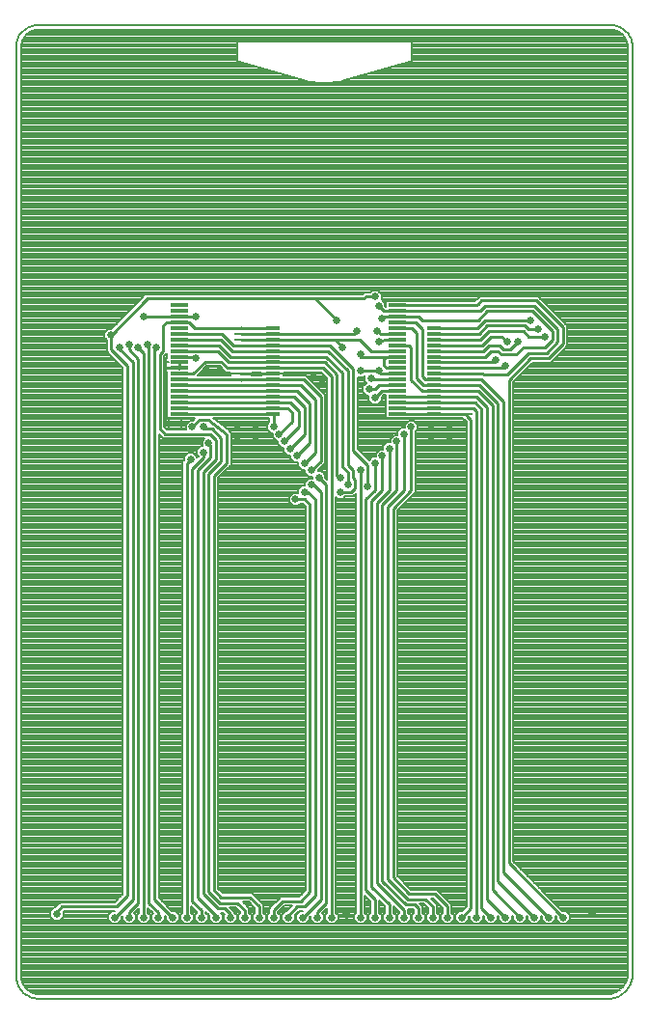
<source format=gbl>
G75*
G70*
%OFA0B0*%
%FSLAX24Y24*%
%IPPOS*%
%LPD*%
%AMOC8*
5,1,8,0,0,1.08239X$1,22.5*
%
%ADD10C,0.0050*%
%ADD11R,0.0472X0.0122*%
%ADD12R,0.0630X0.0118*%
%ADD13R,0.0470X0.0115*%
%ADD14C,0.0100*%
%ADD15C,0.0250*%
%ADD16C,0.0080*%
D10*
X000613Y001440D02*
X000613Y033527D01*
X000615Y033580D01*
X000621Y033632D01*
X000630Y033684D01*
X000643Y033735D01*
X000660Y033785D01*
X000680Y033834D01*
X000703Y033881D01*
X000730Y033926D01*
X000760Y033969D01*
X000793Y034010D01*
X000829Y034049D01*
X000868Y034085D01*
X000909Y034118D01*
X000952Y034148D01*
X000997Y034175D01*
X001044Y034198D01*
X001093Y034218D01*
X001143Y034235D01*
X001194Y034248D01*
X001246Y034257D01*
X001298Y034263D01*
X001351Y034265D01*
X021181Y034265D01*
X021234Y034263D01*
X021286Y034257D01*
X021338Y034248D01*
X021389Y034235D01*
X021439Y034218D01*
X021488Y034198D01*
X021535Y034175D01*
X021580Y034148D01*
X021623Y034118D01*
X021664Y034085D01*
X021703Y034049D01*
X021739Y034010D01*
X021772Y033969D01*
X021802Y033926D01*
X021829Y033881D01*
X021852Y033834D01*
X021872Y033785D01*
X021889Y033735D01*
X021902Y033684D01*
X021911Y033632D01*
X021917Y033580D01*
X021919Y033527D01*
X021919Y001524D01*
X021920Y001524D02*
X021919Y001467D01*
X021916Y001411D01*
X021908Y001355D01*
X021897Y001300D01*
X021882Y001246D01*
X021864Y001193D01*
X021842Y001141D01*
X021817Y001090D01*
X021788Y001042D01*
X021757Y000995D01*
X021723Y000951D01*
X021685Y000909D01*
X021645Y000869D01*
X021603Y000832D01*
X021558Y000798D01*
X021511Y000767D01*
X021462Y000739D01*
X021412Y000714D01*
X021360Y000693D01*
X021306Y000675D01*
X021252Y000661D01*
X021197Y000650D01*
X021141Y000643D01*
X021085Y000639D01*
X021084Y000640D02*
X001413Y000640D01*
X001358Y000642D01*
X001304Y000647D01*
X001250Y000657D01*
X001197Y000670D01*
X001145Y000686D01*
X001094Y000706D01*
X001045Y000730D01*
X000997Y000756D01*
X000952Y000786D01*
X000908Y000819D01*
X000867Y000855D01*
X000828Y000894D01*
X000792Y000935D01*
X000759Y000979D01*
X000729Y001024D01*
X000703Y001072D01*
X000679Y001121D01*
X000659Y001172D01*
X000643Y001224D01*
X000630Y001277D01*
X000620Y001331D01*
X000615Y001385D01*
X000613Y001440D01*
D11*
X009474Y020851D03*
X009474Y021048D03*
X009474Y021245D03*
X009474Y021442D03*
X009474Y021639D03*
X009474Y021835D03*
X009474Y022032D03*
X009474Y022229D03*
X009474Y022426D03*
X009474Y022623D03*
X009474Y022820D03*
X009474Y023016D03*
X009474Y023213D03*
X009474Y023410D03*
X009474Y023607D03*
X009474Y023804D03*
X015065Y023804D03*
X015065Y023607D03*
X015065Y023410D03*
X015065Y023213D03*
X015065Y023016D03*
X015065Y022820D03*
X015065Y022623D03*
X015065Y022426D03*
X015065Y022229D03*
X015065Y022032D03*
X015065Y021835D03*
X015065Y021639D03*
X015065Y021442D03*
X015065Y021245D03*
X015065Y021048D03*
X015065Y020851D03*
D12*
X013797Y020851D03*
X013797Y021048D03*
X013797Y021245D03*
X013797Y021442D03*
X013797Y021639D03*
X013797Y021835D03*
X013797Y022032D03*
X013797Y022229D03*
X013797Y022426D03*
X013797Y022623D03*
X013797Y022820D03*
X013797Y023017D03*
X013797Y023213D03*
X013797Y023410D03*
X013797Y023607D03*
X013797Y023804D03*
X013797Y024001D03*
X013797Y024198D03*
X013797Y024394D03*
X013797Y024591D03*
X006238Y024591D03*
X006238Y024394D03*
X006238Y024198D03*
X006238Y024001D03*
X006238Y023804D03*
X006238Y023607D03*
X006238Y023410D03*
X006238Y023213D03*
X006238Y023017D03*
X006238Y022820D03*
X006238Y022623D03*
X006238Y022426D03*
X006238Y022229D03*
X006238Y022032D03*
X006238Y021835D03*
X006238Y021639D03*
X006238Y021442D03*
X006238Y021245D03*
X006238Y021048D03*
X006238Y020851D03*
D13*
X008387Y020851D03*
X008387Y021048D03*
X008387Y021245D03*
X008387Y021442D03*
X008387Y021639D03*
X008387Y021835D03*
X008387Y022032D03*
X008387Y022229D03*
X008387Y022426D03*
X008387Y022623D03*
X008387Y022820D03*
X008387Y023016D03*
X008387Y023213D03*
X008387Y023410D03*
X008387Y023607D03*
X008387Y023804D03*
X016143Y023804D03*
X016143Y023607D03*
X016143Y023410D03*
X016143Y023213D03*
X016143Y023016D03*
X016143Y022820D03*
X016143Y022623D03*
X016143Y022426D03*
X016143Y022229D03*
X016143Y022032D03*
X016143Y021835D03*
X016143Y021639D03*
X016143Y021442D03*
X016143Y021245D03*
X016143Y021048D03*
X016143Y020851D03*
D14*
X016140Y020848D01*
X015068Y020848D01*
X015065Y020851D01*
X013797Y020851D01*
X013797Y020851D01*
X013797Y021048D02*
X013797Y021048D01*
X015065Y021048D01*
X016143Y021048D01*
X016420Y021048D01*
X016515Y020953D01*
X016515Y003453D01*
X016328Y003765D02*
X016328Y020640D01*
X016182Y020786D01*
X016140Y020848D01*
X016143Y021245D02*
X016473Y021245D01*
X016703Y021015D01*
X016703Y003765D01*
X017015Y003453D01*
X017515Y003453D02*
X016890Y004078D01*
X016890Y021078D01*
X016526Y021442D01*
X016143Y021442D01*
X015065Y021442D01*
X013797Y021442D01*
X013797Y021442D01*
X013797Y021639D02*
X013266Y021639D01*
X013265Y021640D01*
X013015Y021390D01*
X013015Y021703D02*
X012828Y021703D01*
X013015Y021703D02*
X013148Y021835D01*
X013797Y021835D01*
X013797Y022032D02*
X012935Y022032D01*
X012890Y022078D01*
X013140Y022328D02*
X012515Y022328D01*
X012265Y022390D02*
X012265Y019578D01*
X012765Y019078D01*
X012765Y018328D01*
X013015Y018203D02*
X012703Y017890D01*
X012703Y004390D01*
X013015Y004078D01*
X013015Y003453D01*
X013515Y003453D02*
X013515Y003890D01*
X012890Y004515D01*
X012890Y017828D01*
X013265Y018203D01*
X013265Y019390D01*
X013515Y019640D02*
X013515Y018203D01*
X013078Y017765D01*
X013078Y004640D01*
X014015Y003703D01*
X014015Y003453D01*
X014078Y003890D02*
X013265Y004703D01*
X013265Y017703D01*
X013765Y018203D01*
X013765Y019890D01*
X014015Y020140D02*
X014015Y018203D01*
X013453Y017640D01*
X013453Y004765D01*
X014140Y004078D01*
X014765Y004078D01*
X015015Y003828D01*
X015015Y003453D01*
X015515Y003453D02*
X015515Y003828D01*
X015078Y004265D01*
X014203Y004265D01*
X013640Y004828D01*
X013640Y017578D01*
X014265Y018203D01*
X014265Y020390D01*
X013797Y021245D02*
X013797Y021245D01*
X015065Y021245D01*
X016143Y021245D01*
X016143Y021639D02*
X016579Y021639D01*
X017078Y021140D01*
X017078Y004390D01*
X018015Y003453D01*
X018515Y003453D02*
X017265Y004703D01*
X017265Y021203D01*
X016632Y021835D01*
X016143Y021835D01*
X015065Y021835D01*
X014695Y021835D01*
X014453Y022078D01*
X014453Y023640D01*
X014289Y023804D01*
X013797Y023804D01*
X013797Y024001D02*
X014404Y024001D01*
X014640Y023765D01*
X014640Y022140D01*
X014748Y022032D01*
X015065Y022032D01*
X016143Y022032D01*
X016685Y022032D01*
X017453Y021265D01*
X017453Y005015D01*
X019015Y003453D01*
X019515Y003453D02*
X017640Y005328D01*
X017640Y022015D01*
X018390Y022765D01*
X019015Y022765D01*
X019515Y023265D01*
X019515Y023828D01*
X018578Y024765D01*
X016703Y024765D01*
X016578Y024640D01*
X016529Y024591D01*
X013797Y024591D01*
X013797Y024198D02*
X013332Y024198D01*
X013265Y024140D01*
X013323Y024394D02*
X013140Y024578D01*
X013154Y024591D01*
X013323Y024394D02*
X016644Y024394D01*
X016828Y024578D01*
X018515Y024578D01*
X019328Y023765D01*
X019328Y023328D01*
X018953Y022953D01*
X018328Y022953D01*
X017578Y022203D01*
X016765Y022203D01*
X016738Y022229D01*
X016143Y022229D01*
X015065Y022229D01*
X015065Y022426D02*
X017417Y022426D01*
X017453Y022453D01*
X017515Y022515D01*
X017203Y022703D02*
X017095Y022623D01*
X016143Y022623D01*
X015065Y022623D01*
X015065Y022820D02*
X016835Y022820D01*
X016898Y022882D01*
X017015Y023015D01*
X017265Y023015D01*
X017390Y022890D01*
X017890Y022890D01*
X018140Y023140D01*
X018890Y023140D01*
X019140Y023390D01*
X019140Y023703D01*
X018453Y024390D01*
X016890Y024390D01*
X016578Y024078D01*
X014640Y024078D01*
X014520Y024198D01*
X013797Y024198D01*
X013797Y023607D02*
X013232Y023607D01*
X013078Y023703D01*
X013140Y023328D02*
X013348Y023410D01*
X013797Y023410D01*
X013797Y023213D02*
X014192Y023213D01*
X014265Y023140D01*
X014265Y022015D01*
X014641Y021639D01*
X015065Y021639D01*
X016143Y021639D01*
X016143Y022426D02*
X015065Y022426D01*
X015065Y022820D02*
X016143Y022820D01*
X016143Y023016D02*
X015065Y023016D01*
X016389Y023016D01*
X016640Y023015D01*
X016765Y023015D01*
X016953Y023203D01*
X017328Y023203D01*
X017453Y023078D01*
X017703Y023078D01*
X017953Y023328D01*
X018140Y023703D02*
X016953Y023703D01*
X016660Y023410D01*
X016143Y023410D01*
X015065Y023410D01*
X015065Y023213D02*
X016143Y023213D01*
X016713Y023213D01*
X017015Y023515D01*
X017390Y023515D01*
X017578Y023328D01*
X018140Y023703D02*
X018328Y023515D01*
X018890Y023515D01*
X018640Y023765D02*
X018328Y023765D01*
X018203Y023890D01*
X016890Y023890D01*
X016607Y023607D01*
X016143Y023607D01*
X015065Y023607D01*
X015065Y023804D02*
X016143Y023804D01*
X016554Y023804D01*
X016828Y024078D01*
X018390Y024078D01*
X013797Y023017D02*
X012888Y023017D01*
X012495Y023410D01*
X011660Y023410D01*
X009474Y023410D01*
X008387Y023410D01*
X008387Y023213D02*
X008129Y023213D01*
X007735Y023607D01*
X006238Y023607D01*
X006238Y023410D02*
X007682Y023410D01*
X008076Y023016D01*
X008387Y023016D01*
X009474Y023016D01*
X011389Y023016D01*
X012078Y022328D01*
X012078Y019078D01*
X012265Y018890D01*
X012265Y018640D01*
X012328Y018578D01*
X012328Y018265D01*
X012203Y018140D01*
X011828Y018140D01*
X012078Y018390D02*
X012078Y018828D01*
X011890Y019015D01*
X011890Y022265D01*
X011335Y022820D01*
X009474Y022820D01*
X008387Y022820D01*
X008023Y022820D01*
X007629Y023213D01*
X006238Y023213D01*
X006238Y023017D02*
X007576Y023017D01*
X007970Y022623D01*
X008387Y022623D01*
X009474Y022623D01*
X011282Y022623D01*
X011703Y022203D01*
X011703Y018703D01*
X011828Y018640D01*
X011328Y018390D02*
X011078Y018640D01*
X010890Y018390D02*
X010828Y018390D01*
X010890Y018390D02*
X011140Y018140D01*
X011140Y004078D01*
X010515Y003453D01*
X010578Y003828D02*
X010328Y003828D01*
X010015Y003515D01*
X010015Y003453D01*
X009515Y003453D02*
X009515Y003703D01*
X009828Y004015D01*
X010453Y004015D01*
X010765Y004328D01*
X010765Y017703D01*
X010578Y017890D01*
X010265Y017890D01*
X010578Y018140D02*
X010703Y018140D01*
X010953Y017890D01*
X010953Y004203D01*
X010578Y003828D01*
X011015Y003640D02*
X011015Y003453D01*
X011015Y003640D02*
X011328Y003953D01*
X011328Y018390D01*
X010828Y018890D02*
X011140Y019203D01*
X011140Y021453D01*
X010560Y022032D01*
X009474Y022032D01*
X008390Y022032D01*
X008387Y022032D01*
X006238Y022032D01*
X006238Y022032D01*
X006238Y021835D02*
X006238Y021835D01*
X008387Y021835D01*
X009474Y021835D01*
X010445Y021835D01*
X010953Y021328D01*
X010953Y019515D01*
X010578Y019140D01*
X010328Y019390D02*
X010765Y019828D01*
X010765Y021203D01*
X010329Y021639D01*
X009474Y021639D01*
X008387Y021639D01*
X006238Y021639D01*
X006238Y021639D01*
X006238Y021442D02*
X006238Y021442D01*
X008387Y021442D01*
X009474Y021442D01*
X010213Y021442D01*
X010578Y021078D01*
X010578Y020140D01*
X010078Y019640D01*
X009890Y019890D02*
X010390Y020390D01*
X010390Y020953D01*
X010098Y021245D01*
X009474Y021245D01*
X008387Y021245D01*
X006238Y021245D01*
X006238Y021245D01*
X006238Y021048D02*
X006238Y021048D01*
X008387Y021048D01*
X009474Y021048D01*
X009982Y021048D01*
X010140Y020890D01*
X010140Y020578D01*
X009703Y020140D01*
X009515Y020390D02*
X009515Y020828D01*
X009491Y020851D01*
X009474Y020851D01*
X008387Y020851D01*
X006238Y020851D01*
X006238Y020851D01*
X006328Y020515D02*
X005890Y020515D01*
X005765Y020515D01*
X005765Y022426D01*
X006238Y022426D01*
X006238Y022623D01*
X006238Y022480D01*
X006265Y022453D01*
X006238Y022229D02*
X006729Y022229D01*
X007140Y022640D01*
X007703Y022640D01*
X007917Y022426D01*
X008387Y022426D01*
X009474Y022426D01*
X011229Y022426D01*
X011515Y022140D01*
X011515Y003453D01*
X012015Y003390D02*
X012015Y003578D01*
X012515Y003453D02*
X012515Y018890D01*
X013015Y019140D02*
X013015Y018203D01*
X013229Y022229D02*
X013140Y022328D01*
X013229Y022229D02*
X013797Y022229D01*
X013797Y022426D02*
X013417Y022426D01*
X013328Y022515D01*
X013328Y022765D01*
X013445Y022820D01*
X012523Y022820D01*
X012453Y022890D01*
X012515Y022890D01*
X012265Y022390D02*
X011442Y023213D01*
X009474Y023213D01*
X008387Y023213D01*
X008387Y023607D02*
X009474Y023607D01*
X012295Y023607D01*
X012390Y023703D01*
X011890Y023140D02*
X011660Y023410D01*
X011703Y024078D02*
X010953Y024828D01*
X005145Y024828D01*
X005135Y024818D01*
X003910Y023578D01*
X003890Y023558D01*
X003890Y023063D01*
X004453Y022500D01*
X004453Y004203D01*
X004078Y003828D01*
X002203Y003828D01*
X002015Y003640D01*
X002015Y003578D01*
X004015Y003453D02*
X004640Y004078D01*
X004640Y022625D01*
X004203Y023063D01*
X004203Y023125D01*
X004515Y023063D02*
X004515Y023250D01*
X004515Y023063D02*
X004828Y022750D01*
X004828Y003953D01*
X004515Y003640D01*
X004515Y003453D01*
X005015Y003453D02*
X005015Y022938D01*
X004828Y023125D01*
X005140Y023250D02*
X005203Y023188D01*
X005203Y003953D01*
X005515Y003640D01*
X005515Y003453D01*
X006015Y003453D02*
X005390Y004078D01*
X005390Y023063D01*
X005453Y023125D01*
X005578Y022890D02*
X005703Y023015D01*
X005703Y023890D01*
X005813Y024001D01*
X006238Y024001D01*
X006592Y024001D01*
X006789Y023804D01*
X008387Y023804D01*
X008387Y023825D01*
X008390Y023828D01*
X008390Y023804D01*
X008387Y023804D01*
X008390Y023804D02*
X009474Y023804D01*
X009474Y022229D02*
X008387Y022229D01*
X008390Y022032D02*
X008390Y022015D01*
X007265Y020640D02*
X006953Y020640D01*
X006703Y020390D01*
X007078Y020390D02*
X007140Y020328D01*
X007390Y020328D01*
X007703Y020015D01*
X007703Y019203D01*
X007265Y018765D01*
X007265Y004328D01*
X007640Y003953D01*
X008265Y003953D01*
X008515Y003703D01*
X008515Y003453D01*
X009015Y003453D02*
X009015Y003828D01*
X008703Y004140D01*
X007703Y004140D01*
X007453Y004390D01*
X007453Y018703D01*
X007890Y019140D01*
X007890Y020140D01*
X007265Y020640D01*
X007328Y020140D02*
X005765Y020140D01*
X005578Y020328D01*
X005578Y022890D01*
X006230Y022828D02*
X006238Y022820D01*
X006710Y022820D01*
X006828Y022765D01*
X006823Y024198D02*
X006238Y024198D01*
X006233Y024203D01*
X005018Y024203D01*
X006823Y024198D02*
X006828Y024203D01*
X007328Y020140D02*
X007515Y019953D01*
X007515Y019265D01*
X007078Y018828D01*
X007078Y004265D01*
X007578Y003765D01*
X007828Y003765D01*
X008015Y003578D01*
X008015Y003453D01*
X007515Y003453D02*
X007515Y003515D01*
X006890Y004140D01*
X006890Y018890D01*
X007328Y019328D01*
X007328Y019765D01*
X007265Y019828D01*
X007078Y019515D02*
X007078Y019328D01*
X006703Y018953D01*
X006703Y004015D01*
X007015Y003703D01*
X007015Y003453D01*
X006515Y003453D02*
X006515Y019140D01*
X006640Y019265D01*
X010953Y024828D02*
X012640Y024828D01*
X012703Y024890D01*
X013015Y024890D01*
X013445Y022820D02*
X013797Y022820D01*
X014078Y003890D02*
X014390Y003890D01*
X014515Y003765D01*
X014515Y003453D01*
X016015Y003453D02*
X016328Y003765D01*
X020515Y003640D02*
X020515Y003578D01*
D15*
X020515Y003578D03*
X019515Y003453D03*
X019015Y003453D03*
X018515Y003453D03*
X018015Y003453D03*
X017515Y003453D03*
X017015Y003453D03*
X016515Y003453D03*
X016015Y003453D03*
X015515Y003453D03*
X015015Y003453D03*
X014515Y003453D03*
X014015Y003453D03*
X013515Y003453D03*
X013015Y003453D03*
X012515Y003453D03*
X012015Y003578D03*
X011515Y003453D03*
X011015Y003453D03*
X010515Y003453D03*
X010015Y003453D03*
X009515Y003453D03*
X009015Y003453D03*
X008515Y003453D03*
X008015Y003453D03*
X007515Y003453D03*
X007015Y003453D03*
X006515Y003453D03*
X006015Y003453D03*
X005515Y003453D03*
X005015Y003453D03*
X004515Y003453D03*
X004015Y003453D03*
X002015Y003578D03*
X010265Y017890D03*
X010578Y018140D03*
X010828Y018390D03*
X011078Y018640D03*
X010828Y018890D03*
X010578Y019140D03*
X010328Y019390D03*
X010078Y019640D03*
X009890Y019890D03*
X009703Y020140D03*
X009515Y020390D03*
X008890Y020453D03*
X008890Y019953D03*
X008265Y019953D03*
X008265Y020453D03*
X007265Y019828D03*
X007078Y019515D03*
X006640Y019265D03*
X006703Y020390D03*
X007078Y020390D03*
X006328Y020515D03*
X005890Y020515D03*
X007203Y022328D03*
X007640Y022328D03*
X006828Y022765D03*
X006828Y024203D03*
X005453Y023125D03*
X005140Y023250D03*
X004828Y023125D03*
X004515Y023250D03*
X004203Y023125D03*
X003890Y023558D03*
X005018Y024203D03*
X010890Y022140D03*
X011203Y021890D03*
X011890Y023140D03*
X012390Y023703D03*
X013078Y023703D03*
X013140Y023328D03*
X012515Y022890D03*
X012515Y022328D03*
X012890Y022078D03*
X013140Y022328D03*
X012828Y021703D03*
X013015Y021390D03*
X014015Y020140D03*
X013765Y019890D03*
X013515Y019640D03*
X013265Y019390D03*
X013015Y019140D03*
X012515Y018890D03*
X012765Y018328D03*
X012078Y018390D03*
X011828Y018640D03*
X011828Y018140D03*
X014265Y020390D03*
X014953Y020453D03*
X014953Y019953D03*
X015578Y019953D03*
X015578Y020453D03*
X017203Y022703D03*
X017515Y022515D03*
X017578Y023328D03*
X017953Y023328D03*
X018390Y024078D03*
X018640Y023765D03*
X018890Y023515D03*
X013265Y024140D03*
X013140Y024578D03*
X013015Y024890D03*
X011703Y024078D03*
D16*
X000847Y001152D02*
X000964Y000991D01*
X001124Y000874D01*
X001314Y000813D01*
X001413Y000805D01*
X021080Y000805D01*
X021188Y000817D01*
X021393Y000890D01*
X021565Y001022D01*
X021687Y001202D01*
X021749Y001410D01*
X021754Y001518D01*
X021754Y001521D01*
X021752Y001587D01*
X021754Y001589D01*
X021754Y033527D01*
X021747Y033617D01*
X021691Y033787D01*
X021586Y033932D01*
X021441Y034038D01*
X021271Y034093D01*
X021181Y034100D01*
X001351Y034100D01*
X001261Y034093D01*
X001090Y034038D01*
X000945Y033932D01*
X000840Y033787D01*
X000785Y033617D01*
X000778Y033527D01*
X000778Y001440D01*
X000785Y001341D01*
X000847Y001152D01*
X000835Y001190D02*
X021679Y001190D01*
X021707Y001268D02*
X000809Y001268D01*
X000785Y001347D02*
X021730Y001347D01*
X021749Y001425D02*
X000779Y001425D01*
X000778Y001504D02*
X021753Y001504D01*
X021752Y001582D02*
X000778Y001582D01*
X000778Y001661D02*
X021754Y001661D01*
X021754Y001739D02*
X000778Y001739D01*
X000778Y001818D02*
X021754Y001818D01*
X021754Y001896D02*
X000778Y001896D01*
X000778Y001975D02*
X021754Y001975D01*
X021754Y002053D02*
X000778Y002053D01*
X000778Y002132D02*
X021754Y002132D01*
X021754Y002210D02*
X000778Y002210D01*
X000778Y002289D02*
X021754Y002289D01*
X021754Y002367D02*
X000778Y002367D01*
X000778Y002446D02*
X021754Y002446D01*
X021754Y002524D02*
X000778Y002524D01*
X000778Y002603D02*
X021754Y002603D01*
X021754Y002681D02*
X000778Y002681D01*
X000778Y002760D02*
X021754Y002760D01*
X021754Y002838D02*
X000778Y002838D01*
X000778Y002917D02*
X021754Y002917D01*
X021754Y002995D02*
X000778Y002995D01*
X000778Y003074D02*
X021754Y003074D01*
X021754Y003152D02*
X000778Y003152D01*
X000778Y003231D02*
X003919Y003231D01*
X003922Y003228D02*
X004108Y003228D01*
X004240Y003359D01*
X004240Y003465D01*
X004290Y003515D01*
X004290Y003359D01*
X004422Y003228D01*
X004608Y003228D01*
X004740Y003359D01*
X004740Y003546D01*
X004686Y003599D01*
X004865Y003778D01*
X004865Y003621D01*
X004790Y003546D01*
X004790Y003359D01*
X004922Y003228D01*
X005108Y003228D01*
X005240Y003359D01*
X005240Y003546D01*
X005165Y003621D01*
X005165Y003778D01*
X005344Y003599D01*
X005290Y003546D01*
X005290Y003359D01*
X005422Y003228D01*
X005608Y003228D01*
X005740Y003359D01*
X005740Y003515D01*
X005790Y003465D01*
X005790Y003359D01*
X005922Y003228D01*
X006108Y003228D01*
X006240Y003359D01*
X006240Y003546D01*
X006108Y003677D01*
X006002Y003677D01*
X005540Y004140D01*
X005540Y020153D01*
X005703Y019990D01*
X007109Y019990D01*
X007040Y019921D01*
X007040Y019740D01*
X006984Y019740D01*
X006853Y019608D01*
X006853Y019422D01*
X006906Y019368D01*
X006865Y019327D01*
X006865Y019358D01*
X006733Y019490D01*
X006547Y019490D01*
X006415Y019358D01*
X006415Y019252D01*
X006365Y019202D01*
X006365Y003621D01*
X006290Y003546D01*
X006290Y003359D01*
X006422Y003228D01*
X006608Y003228D01*
X006740Y003359D01*
X006740Y003546D01*
X006665Y003621D01*
X006665Y003840D01*
X006865Y003640D01*
X006865Y003621D01*
X006790Y003546D01*
X006790Y003359D01*
X006922Y003228D01*
X007108Y003228D01*
X007240Y003359D01*
X007240Y003546D01*
X007165Y003621D01*
X007165Y003653D01*
X007290Y003528D01*
X007290Y003359D01*
X007422Y003228D01*
X007608Y003228D01*
X007740Y003359D01*
X007740Y003546D01*
X007671Y003615D01*
X007765Y003615D01*
X007812Y003568D01*
X007790Y003546D01*
X007790Y003359D01*
X007922Y003228D01*
X008108Y003228D01*
X008240Y003359D01*
X008240Y003546D01*
X008165Y003621D01*
X008165Y003640D01*
X008002Y003803D01*
X008203Y003803D01*
X008365Y003640D01*
X008365Y003621D01*
X008290Y003546D01*
X008290Y003359D01*
X008422Y003228D01*
X008608Y003228D01*
X008740Y003359D01*
X008740Y003546D01*
X008665Y003621D01*
X008665Y003765D01*
X008440Y003990D01*
X008640Y003990D01*
X008865Y003765D01*
X008865Y003621D01*
X008790Y003546D01*
X008790Y003359D01*
X008922Y003228D01*
X009108Y003228D01*
X009240Y003359D01*
X009240Y003546D01*
X009165Y003621D01*
X009165Y003890D01*
X008852Y004202D01*
X008765Y004290D01*
X007765Y004290D01*
X007602Y004452D01*
X007602Y018640D01*
X007952Y018990D01*
X008040Y019078D01*
X008040Y020087D01*
X008046Y020095D01*
X008040Y020148D01*
X008040Y020202D01*
X008033Y020209D01*
X008032Y020218D01*
X007990Y020252D01*
X007952Y020290D01*
X007943Y020290D01*
X007429Y020701D01*
X008103Y020701D01*
X008111Y020694D01*
X008663Y020694D01*
X008671Y020701D01*
X009186Y020701D01*
X009197Y020690D01*
X009365Y020690D01*
X009365Y020558D01*
X009290Y020483D01*
X009290Y020297D01*
X009422Y020165D01*
X009478Y020165D01*
X009478Y020047D01*
X009609Y019915D01*
X009665Y019915D01*
X009665Y019797D01*
X009797Y019665D01*
X009853Y019665D01*
X009853Y019547D01*
X009984Y019415D01*
X010103Y019415D01*
X010103Y019297D01*
X010234Y019165D01*
X010353Y019165D01*
X010353Y019047D01*
X010484Y018915D01*
X010603Y018915D01*
X010603Y018797D01*
X010734Y018665D01*
X010853Y018665D01*
X010853Y018615D01*
X010734Y018615D01*
X010603Y018483D01*
X010603Y018365D01*
X010484Y018365D01*
X010353Y018233D01*
X010353Y018115D01*
X010172Y018115D01*
X010040Y017983D01*
X010040Y017797D01*
X010172Y017665D01*
X010358Y017665D01*
X010433Y017740D01*
X010515Y017740D01*
X010615Y017640D01*
X010615Y004390D01*
X010390Y004165D01*
X009765Y004165D01*
X009678Y004077D01*
X009365Y003765D01*
X009365Y003621D01*
X009290Y003546D01*
X009290Y003359D01*
X009422Y003228D01*
X009608Y003228D01*
X009740Y003359D01*
X009740Y003546D01*
X009665Y003621D01*
X009665Y003640D01*
X009890Y003865D01*
X010153Y003865D01*
X009965Y003677D01*
X009922Y003677D01*
X009790Y003546D01*
X009790Y003359D01*
X009922Y003228D01*
X010108Y003228D01*
X010240Y003359D01*
X010240Y003528D01*
X010390Y003678D01*
X010528Y003678D01*
X010528Y003677D01*
X010422Y003677D01*
X010290Y003546D01*
X010290Y003359D01*
X010422Y003228D01*
X010608Y003228D01*
X010740Y003359D01*
X010740Y003465D01*
X010790Y003515D01*
X010790Y003359D01*
X010922Y003228D01*
X011108Y003228D01*
X011240Y003359D01*
X011240Y003546D01*
X011186Y003599D01*
X011365Y003778D01*
X011365Y003621D01*
X011290Y003546D01*
X011290Y003359D01*
X011422Y003228D01*
X011608Y003228D01*
X011740Y003359D01*
X011740Y003546D01*
X011665Y003621D01*
X011665Y017984D01*
X011734Y017915D01*
X011921Y017915D01*
X011996Y017990D01*
X012265Y017990D01*
X012352Y018078D01*
X012365Y018090D01*
X012365Y003621D01*
X012290Y003546D01*
X012290Y003359D01*
X012422Y003228D01*
X012608Y003228D01*
X012740Y003359D01*
X012740Y003546D01*
X012665Y003621D01*
X012665Y004215D01*
X012865Y004015D01*
X012865Y003621D01*
X012790Y003546D01*
X012790Y003359D01*
X012922Y003228D01*
X013108Y003228D01*
X013240Y003359D01*
X013240Y003546D01*
X013165Y003621D01*
X013165Y004028D01*
X013365Y003828D01*
X013365Y003621D01*
X013290Y003546D01*
X013290Y003359D01*
X013422Y003228D01*
X013608Y003228D01*
X013740Y003359D01*
X013740Y003546D01*
X013665Y003621D01*
X013665Y003840D01*
X013865Y003640D01*
X013865Y003621D01*
X013790Y003546D01*
X013790Y003359D01*
X013922Y003228D01*
X014108Y003228D01*
X014240Y003359D01*
X014240Y003546D01*
X014165Y003621D01*
X014165Y003740D01*
X014328Y003740D01*
X014365Y003703D01*
X014365Y003621D01*
X014290Y003546D01*
X014290Y003359D01*
X014422Y003228D01*
X014608Y003228D01*
X014740Y003359D01*
X014740Y003546D01*
X014665Y003621D01*
X014665Y003827D01*
X014565Y003928D01*
X014703Y003928D01*
X014865Y003765D01*
X014865Y003621D01*
X014790Y003546D01*
X014790Y003359D01*
X014922Y003228D01*
X015108Y003228D01*
X015240Y003359D01*
X015240Y003546D01*
X015165Y003621D01*
X015165Y003890D01*
X014940Y004115D01*
X015015Y004115D01*
X015365Y003765D01*
X015365Y003621D01*
X015290Y003546D01*
X015290Y003359D01*
X015422Y003228D01*
X015608Y003228D01*
X015740Y003359D01*
X015740Y003546D01*
X015665Y003621D01*
X015665Y003890D01*
X015227Y004327D01*
X015140Y004415D01*
X014265Y004415D01*
X013790Y004890D01*
X013790Y017515D01*
X014327Y018053D01*
X014415Y018140D01*
X014415Y020222D01*
X014490Y020297D01*
X014490Y020483D01*
X014358Y020615D01*
X014172Y020615D01*
X014040Y020483D01*
X014040Y020365D01*
X013922Y020365D01*
X013790Y020233D01*
X013790Y020115D01*
X013672Y020115D01*
X013540Y019983D01*
X013540Y019865D01*
X013422Y019865D01*
X013290Y019733D01*
X013290Y019615D01*
X013172Y019615D01*
X013040Y019483D01*
X013040Y019365D01*
X012922Y019365D01*
X012806Y019249D01*
X012415Y019640D01*
X012415Y022109D01*
X012422Y022103D01*
X012608Y022103D01*
X012665Y022159D01*
X012665Y021984D01*
X012728Y021921D01*
X012603Y021796D01*
X012603Y021609D01*
X012734Y021478D01*
X012790Y021478D01*
X012790Y021297D01*
X012922Y021165D01*
X013108Y021165D01*
X013240Y021297D01*
X013240Y021403D01*
X013326Y021489D01*
X013382Y021489D01*
X013382Y020751D01*
X013441Y020692D01*
X014153Y020692D01*
X014162Y020701D01*
X014776Y020701D01*
X014787Y020690D01*
X015343Y020690D01*
X015351Y020698D01*
X015862Y020698D01*
X015867Y020694D01*
X016062Y020694D01*
X016065Y020690D01*
X016092Y020651D01*
X016108Y020647D01*
X016178Y020578D01*
X016178Y003827D01*
X016028Y003677D01*
X015922Y003677D01*
X015790Y003546D01*
X015790Y003359D01*
X015922Y003228D01*
X016108Y003228D01*
X016240Y003359D01*
X016240Y003465D01*
X016290Y003515D01*
X016290Y003359D01*
X016422Y003228D01*
X016608Y003228D01*
X016740Y003359D01*
X016740Y003515D01*
X016790Y003465D01*
X016790Y003359D01*
X016922Y003228D01*
X017108Y003228D01*
X017240Y003359D01*
X017240Y003515D01*
X017290Y003465D01*
X017290Y003359D01*
X017422Y003228D01*
X017608Y003228D01*
X017740Y003359D01*
X017740Y003515D01*
X017790Y003465D01*
X017790Y003359D01*
X017922Y003228D01*
X018108Y003228D01*
X018240Y003359D01*
X018240Y003515D01*
X018290Y003465D01*
X018290Y003359D01*
X018422Y003228D01*
X018608Y003228D01*
X018740Y003359D01*
X018740Y003515D01*
X018790Y003465D01*
X018790Y003359D01*
X018922Y003228D01*
X019108Y003228D01*
X019240Y003359D01*
X019240Y003515D01*
X019290Y003465D01*
X019290Y003359D01*
X019422Y003228D01*
X019608Y003228D01*
X019740Y003359D01*
X019740Y003546D01*
X019608Y003677D01*
X019502Y003677D01*
X017790Y005390D01*
X017790Y021953D01*
X018452Y022615D01*
X019077Y022615D01*
X019577Y023115D01*
X019665Y023203D01*
X019665Y023890D01*
X018727Y024827D01*
X018640Y024915D01*
X016640Y024915D01*
X016467Y024741D01*
X014162Y024741D01*
X014153Y024750D01*
X013441Y024750D01*
X013382Y024692D01*
X013382Y024548D01*
X013365Y024565D01*
X013365Y024671D01*
X013239Y024796D01*
X013240Y024797D01*
X013240Y024983D01*
X013108Y025115D01*
X012922Y025115D01*
X012847Y025040D01*
X012640Y025040D01*
X012578Y024977D01*
X005083Y024977D01*
X005072Y024967D01*
X005029Y024923D01*
X004985Y024880D01*
X004985Y024879D01*
X003902Y023782D01*
X003797Y023782D01*
X003665Y023651D01*
X003665Y023464D01*
X003740Y023389D01*
X003740Y023000D01*
X003828Y022913D01*
X004303Y022438D01*
X004303Y004265D01*
X004015Y003977D01*
X002140Y003977D01*
X002053Y003890D01*
X001965Y003802D01*
X001922Y003802D01*
X001790Y003671D01*
X001790Y003484D01*
X001922Y003353D01*
X002108Y003353D01*
X002240Y003484D01*
X002240Y003653D01*
X002265Y003678D01*
X004028Y003678D01*
X004028Y003677D01*
X003922Y003677D01*
X003790Y003546D01*
X003790Y003359D01*
X003922Y003228D01*
X003840Y003309D02*
X000778Y003309D01*
X000778Y003388D02*
X001887Y003388D01*
X001808Y003466D02*
X000778Y003466D01*
X000778Y003545D02*
X001790Y003545D01*
X001790Y003623D02*
X000778Y003623D01*
X000778Y003702D02*
X001821Y003702D01*
X001899Y003780D02*
X000778Y003780D01*
X000778Y003859D02*
X002021Y003859D01*
X002100Y003937D02*
X000778Y003937D01*
X000778Y004016D02*
X004053Y004016D01*
X004132Y004094D02*
X000778Y004094D01*
X000778Y004173D02*
X004210Y004173D01*
X004289Y004251D02*
X000778Y004251D01*
X000778Y004330D02*
X004303Y004330D01*
X004303Y004408D02*
X000778Y004408D01*
X000778Y004487D02*
X004303Y004487D01*
X004303Y004565D02*
X000778Y004565D01*
X000778Y004644D02*
X004303Y004644D01*
X004303Y004722D02*
X000778Y004722D01*
X000778Y004801D02*
X004303Y004801D01*
X004303Y004879D02*
X000778Y004879D01*
X000778Y004958D02*
X004303Y004958D01*
X004303Y005036D02*
X000778Y005036D01*
X000778Y005115D02*
X004303Y005115D01*
X004303Y005193D02*
X000778Y005193D01*
X000778Y005272D02*
X004303Y005272D01*
X004303Y005350D02*
X000778Y005350D01*
X000778Y005429D02*
X004303Y005429D01*
X004303Y005507D02*
X000778Y005507D01*
X000778Y005586D02*
X004303Y005586D01*
X004303Y005664D02*
X000778Y005664D01*
X000778Y005743D02*
X004303Y005743D01*
X004303Y005821D02*
X000778Y005821D01*
X000778Y005900D02*
X004303Y005900D01*
X004303Y005978D02*
X000778Y005978D01*
X000778Y006057D02*
X004303Y006057D01*
X004303Y006135D02*
X000778Y006135D01*
X000778Y006214D02*
X004303Y006214D01*
X004303Y006292D02*
X000778Y006292D01*
X000778Y006371D02*
X004303Y006371D01*
X004303Y006449D02*
X000778Y006449D01*
X000778Y006528D02*
X004303Y006528D01*
X004303Y006606D02*
X000778Y006606D01*
X000778Y006685D02*
X004303Y006685D01*
X004303Y006763D02*
X000778Y006763D01*
X000778Y006842D02*
X004303Y006842D01*
X004303Y006920D02*
X000778Y006920D01*
X000778Y006999D02*
X004303Y006999D01*
X004303Y007077D02*
X000778Y007077D01*
X000778Y007156D02*
X004303Y007156D01*
X004303Y007234D02*
X000778Y007234D01*
X000778Y007313D02*
X004303Y007313D01*
X004303Y007391D02*
X000778Y007391D01*
X000778Y007470D02*
X004303Y007470D01*
X004303Y007548D02*
X000778Y007548D01*
X000778Y007627D02*
X004303Y007627D01*
X004303Y007705D02*
X000778Y007705D01*
X000778Y007784D02*
X004303Y007784D01*
X004303Y007862D02*
X000778Y007862D01*
X000778Y007941D02*
X004303Y007941D01*
X004303Y008019D02*
X000778Y008019D01*
X000778Y008098D02*
X004303Y008098D01*
X004303Y008176D02*
X000778Y008176D01*
X000778Y008255D02*
X004303Y008255D01*
X004303Y008333D02*
X000778Y008333D01*
X000778Y008412D02*
X004303Y008412D01*
X004303Y008490D02*
X000778Y008490D01*
X000778Y008569D02*
X004303Y008569D01*
X004303Y008647D02*
X000778Y008647D01*
X000778Y008726D02*
X004303Y008726D01*
X004303Y008804D02*
X000778Y008804D01*
X000778Y008883D02*
X004303Y008883D01*
X004303Y008961D02*
X000778Y008961D01*
X000778Y009040D02*
X004303Y009040D01*
X004303Y009118D02*
X000778Y009118D01*
X000778Y009197D02*
X004303Y009197D01*
X004303Y009275D02*
X000778Y009275D01*
X000778Y009354D02*
X004303Y009354D01*
X004303Y009432D02*
X000778Y009432D01*
X000778Y009511D02*
X004303Y009511D01*
X004303Y009589D02*
X000778Y009589D01*
X000778Y009668D02*
X004303Y009668D01*
X004303Y009746D02*
X000778Y009746D01*
X000778Y009825D02*
X004303Y009825D01*
X004303Y009903D02*
X000778Y009903D01*
X000778Y009982D02*
X004303Y009982D01*
X004303Y010060D02*
X000778Y010060D01*
X000778Y010139D02*
X004303Y010139D01*
X004303Y010217D02*
X000778Y010217D01*
X000778Y010296D02*
X004303Y010296D01*
X004303Y010374D02*
X000778Y010374D01*
X000778Y010453D02*
X004303Y010453D01*
X004303Y010531D02*
X000778Y010531D01*
X000778Y010610D02*
X004303Y010610D01*
X004303Y010688D02*
X000778Y010688D01*
X000778Y010767D02*
X004303Y010767D01*
X004303Y010845D02*
X000778Y010845D01*
X000778Y010924D02*
X004303Y010924D01*
X004303Y011002D02*
X000778Y011002D01*
X000778Y011081D02*
X004303Y011081D01*
X004303Y011159D02*
X000778Y011159D01*
X000778Y011238D02*
X004303Y011238D01*
X004303Y011316D02*
X000778Y011316D01*
X000778Y011395D02*
X004303Y011395D01*
X004303Y011473D02*
X000778Y011473D01*
X000778Y011552D02*
X004303Y011552D01*
X004303Y011630D02*
X000778Y011630D01*
X000778Y011709D02*
X004303Y011709D01*
X004303Y011787D02*
X000778Y011787D01*
X000778Y011866D02*
X004303Y011866D01*
X004303Y011944D02*
X000778Y011944D01*
X000778Y012023D02*
X004303Y012023D01*
X004303Y012101D02*
X000778Y012101D01*
X000778Y012180D02*
X004303Y012180D01*
X004303Y012258D02*
X000778Y012258D01*
X000778Y012337D02*
X004303Y012337D01*
X004303Y012415D02*
X000778Y012415D01*
X000778Y012494D02*
X004303Y012494D01*
X004303Y012572D02*
X000778Y012572D01*
X000778Y012651D02*
X004303Y012651D01*
X004303Y012729D02*
X000778Y012729D01*
X000778Y012808D02*
X004303Y012808D01*
X004303Y012886D02*
X000778Y012886D01*
X000778Y012965D02*
X004303Y012965D01*
X004303Y013043D02*
X000778Y013043D01*
X000778Y013122D02*
X004303Y013122D01*
X004303Y013200D02*
X000778Y013200D01*
X000778Y013279D02*
X004303Y013279D01*
X004303Y013357D02*
X000778Y013357D01*
X000778Y013436D02*
X004303Y013436D01*
X004303Y013514D02*
X000778Y013514D01*
X000778Y013593D02*
X004303Y013593D01*
X004303Y013671D02*
X000778Y013671D01*
X000778Y013750D02*
X004303Y013750D01*
X004303Y013828D02*
X000778Y013828D01*
X000778Y013907D02*
X004303Y013907D01*
X004303Y013985D02*
X000778Y013985D01*
X000778Y014064D02*
X004303Y014064D01*
X004303Y014142D02*
X000778Y014142D01*
X000778Y014221D02*
X004303Y014221D01*
X004303Y014299D02*
X000778Y014299D01*
X000778Y014378D02*
X004303Y014378D01*
X004303Y014456D02*
X000778Y014456D01*
X000778Y014535D02*
X004303Y014535D01*
X004303Y014613D02*
X000778Y014613D01*
X000778Y014692D02*
X004303Y014692D01*
X004303Y014770D02*
X000778Y014770D01*
X000778Y014849D02*
X004303Y014849D01*
X004303Y014927D02*
X000778Y014927D01*
X000778Y015006D02*
X004303Y015006D01*
X004303Y015084D02*
X000778Y015084D01*
X000778Y015163D02*
X004303Y015163D01*
X004303Y015241D02*
X000778Y015241D01*
X000778Y015320D02*
X004303Y015320D01*
X004303Y015398D02*
X000778Y015398D01*
X000778Y015477D02*
X004303Y015477D01*
X004303Y015555D02*
X000778Y015555D01*
X000778Y015634D02*
X004303Y015634D01*
X004303Y015712D02*
X000778Y015712D01*
X000778Y015791D02*
X004303Y015791D01*
X004303Y015869D02*
X000778Y015869D01*
X000778Y015948D02*
X004303Y015948D01*
X004303Y016026D02*
X000778Y016026D01*
X000778Y016105D02*
X004303Y016105D01*
X004303Y016183D02*
X000778Y016183D01*
X000778Y016262D02*
X004303Y016262D01*
X004303Y016340D02*
X000778Y016340D01*
X000778Y016419D02*
X004303Y016419D01*
X004303Y016497D02*
X000778Y016497D01*
X000778Y016576D02*
X004303Y016576D01*
X004303Y016654D02*
X000778Y016654D01*
X000778Y016733D02*
X004303Y016733D01*
X004303Y016811D02*
X000778Y016811D01*
X000778Y016890D02*
X004303Y016890D01*
X004303Y016968D02*
X000778Y016968D01*
X000778Y017047D02*
X004303Y017047D01*
X004303Y017125D02*
X000778Y017125D01*
X000778Y017204D02*
X004303Y017204D01*
X004303Y017282D02*
X000778Y017282D01*
X000778Y017361D02*
X004303Y017361D01*
X004303Y017439D02*
X000778Y017439D01*
X000778Y017518D02*
X004303Y017518D01*
X004303Y017596D02*
X000778Y017596D01*
X000778Y017675D02*
X004303Y017675D01*
X004303Y017753D02*
X000778Y017753D01*
X000778Y017832D02*
X004303Y017832D01*
X004303Y017910D02*
X000778Y017910D01*
X000778Y017989D02*
X004303Y017989D01*
X004303Y018067D02*
X000778Y018067D01*
X000778Y018146D02*
X004303Y018146D01*
X004303Y018224D02*
X000778Y018224D01*
X000778Y018303D02*
X004303Y018303D01*
X004303Y018381D02*
X000778Y018381D01*
X000778Y018460D02*
X004303Y018460D01*
X004303Y018538D02*
X000778Y018538D01*
X000778Y018617D02*
X004303Y018617D01*
X004303Y018695D02*
X000778Y018695D01*
X000778Y018774D02*
X004303Y018774D01*
X004303Y018852D02*
X000778Y018852D01*
X000778Y018931D02*
X004303Y018931D01*
X004303Y019009D02*
X000778Y019009D01*
X000778Y019088D02*
X004303Y019088D01*
X004303Y019166D02*
X000778Y019166D01*
X000778Y019245D02*
X004303Y019245D01*
X004303Y019323D02*
X000778Y019323D01*
X000778Y019402D02*
X004303Y019402D01*
X004303Y019480D02*
X000778Y019480D01*
X000778Y019559D02*
X004303Y019559D01*
X004303Y019637D02*
X000778Y019637D01*
X000778Y019716D02*
X004303Y019716D01*
X004303Y019794D02*
X000778Y019794D01*
X000778Y019873D02*
X004303Y019873D01*
X004303Y019951D02*
X000778Y019951D01*
X000778Y020030D02*
X004303Y020030D01*
X004303Y020108D02*
X000778Y020108D01*
X000778Y020187D02*
X004303Y020187D01*
X004303Y020265D02*
X000778Y020265D01*
X000778Y020344D02*
X004303Y020344D01*
X004303Y020422D02*
X000778Y020422D01*
X000778Y020501D02*
X004303Y020501D01*
X004303Y020579D02*
X000778Y020579D01*
X000778Y020658D02*
X004303Y020658D01*
X004303Y020736D02*
X000778Y020736D01*
X000778Y020815D02*
X004303Y020815D01*
X004303Y020893D02*
X000778Y020893D01*
X000778Y020972D02*
X004303Y020972D01*
X004303Y021050D02*
X000778Y021050D01*
X000778Y021129D02*
X004303Y021129D01*
X004303Y021207D02*
X000778Y021207D01*
X000778Y021286D02*
X004303Y021286D01*
X004303Y021364D02*
X000778Y021364D01*
X000778Y021443D02*
X004303Y021443D01*
X004303Y021521D02*
X000778Y021521D01*
X000778Y021600D02*
X004303Y021600D01*
X004303Y021678D02*
X000778Y021678D01*
X000778Y021757D02*
X004303Y021757D01*
X004303Y021835D02*
X000778Y021835D01*
X000778Y021914D02*
X004303Y021914D01*
X004303Y021992D02*
X000778Y021992D01*
X000778Y022071D02*
X004303Y022071D01*
X004303Y022149D02*
X000778Y022149D01*
X000778Y022228D02*
X004303Y022228D01*
X004303Y022306D02*
X000778Y022306D01*
X000778Y022385D02*
X004303Y022385D01*
X004277Y022463D02*
X000778Y022463D01*
X000778Y022542D02*
X004199Y022542D01*
X004120Y022620D02*
X000778Y022620D01*
X000778Y022699D02*
X004042Y022699D01*
X003963Y022777D02*
X000778Y022777D01*
X000778Y022856D02*
X003885Y022856D01*
X003828Y022913D02*
X003828Y022913D01*
X003806Y022934D02*
X000778Y022934D01*
X000778Y023013D02*
X003740Y023013D01*
X003740Y023091D02*
X000778Y023091D01*
X000778Y023170D02*
X003740Y023170D01*
X003740Y023248D02*
X000778Y023248D01*
X000778Y023327D02*
X003740Y023327D01*
X003724Y023405D02*
X000778Y023405D01*
X000778Y023484D02*
X003665Y023484D01*
X003665Y023562D02*
X000778Y023562D01*
X000778Y023641D02*
X003665Y023641D01*
X003733Y023719D02*
X000778Y023719D01*
X000778Y023798D02*
X003917Y023798D01*
X003994Y023876D02*
X000778Y023876D01*
X000778Y023955D02*
X004072Y023955D01*
X004149Y024033D02*
X000778Y024033D01*
X000778Y024112D02*
X004227Y024112D01*
X004304Y024190D02*
X000778Y024190D01*
X000778Y024269D02*
X004382Y024269D01*
X004459Y024347D02*
X000778Y024347D01*
X000778Y024426D02*
X004537Y024426D01*
X004615Y024504D02*
X000778Y024504D01*
X000778Y024583D02*
X004692Y024583D01*
X004770Y024661D02*
X000778Y024661D01*
X000778Y024740D02*
X004847Y024740D01*
X004925Y024818D02*
X000778Y024818D01*
X000778Y024897D02*
X005002Y024897D01*
X005072Y024967D02*
X005072Y024967D01*
X005080Y024975D02*
X000778Y024975D01*
X000778Y025054D02*
X012860Y025054D01*
X013170Y025054D02*
X021754Y025054D01*
X021754Y025132D02*
X000778Y025132D01*
X000778Y025211D02*
X021754Y025211D01*
X021754Y025289D02*
X000778Y025289D01*
X000778Y025368D02*
X021754Y025368D01*
X021754Y025446D02*
X000778Y025446D01*
X000778Y025525D02*
X021754Y025525D01*
X021754Y025603D02*
X000778Y025603D01*
X000778Y025682D02*
X021754Y025682D01*
X021754Y025760D02*
X000778Y025760D01*
X000778Y025839D02*
X021754Y025839D01*
X021754Y025917D02*
X000778Y025917D01*
X000778Y025996D02*
X021754Y025996D01*
X021754Y026074D02*
X000778Y026074D01*
X000778Y026153D02*
X021754Y026153D01*
X021754Y026231D02*
X000778Y026231D01*
X000778Y026310D02*
X021754Y026310D01*
X021754Y026388D02*
X000778Y026388D01*
X000778Y026467D02*
X021754Y026467D01*
X021754Y026545D02*
X000778Y026545D01*
X000778Y026624D02*
X021754Y026624D01*
X021754Y026702D02*
X000778Y026702D01*
X000778Y026781D02*
X021754Y026781D01*
X021754Y026859D02*
X000778Y026859D01*
X000778Y026938D02*
X021754Y026938D01*
X021754Y027016D02*
X000778Y027016D01*
X000778Y027095D02*
X021754Y027095D01*
X021754Y027173D02*
X000778Y027173D01*
X000778Y027252D02*
X021754Y027252D01*
X021754Y027330D02*
X000778Y027330D01*
X000778Y027409D02*
X021754Y027409D01*
X021754Y027487D02*
X000778Y027487D01*
X000778Y027566D02*
X021754Y027566D01*
X021754Y027644D02*
X000778Y027644D01*
X000778Y027723D02*
X021754Y027723D01*
X021754Y027801D02*
X000778Y027801D01*
X000778Y027880D02*
X021754Y027880D01*
X021754Y027958D02*
X000778Y027958D01*
X000778Y028037D02*
X021754Y028037D01*
X021754Y028115D02*
X000778Y028115D01*
X000778Y028194D02*
X021754Y028194D01*
X021754Y028272D02*
X000778Y028272D01*
X000778Y028351D02*
X021754Y028351D01*
X021754Y028429D02*
X000778Y028429D01*
X000778Y028508D02*
X021754Y028508D01*
X021754Y028586D02*
X000778Y028586D01*
X000778Y028665D02*
X021754Y028665D01*
X021754Y028743D02*
X000778Y028743D01*
X000778Y028822D02*
X021754Y028822D01*
X021754Y028900D02*
X000778Y028900D01*
X000778Y028979D02*
X021754Y028979D01*
X021754Y029057D02*
X000778Y029057D01*
X000778Y029136D02*
X021754Y029136D01*
X021754Y029214D02*
X000778Y029214D01*
X000778Y029293D02*
X021754Y029293D01*
X021754Y029371D02*
X000778Y029371D01*
X000778Y029450D02*
X021754Y029450D01*
X021754Y029528D02*
X000778Y029528D01*
X000778Y029607D02*
X021754Y029607D01*
X021754Y029685D02*
X000778Y029685D01*
X000778Y029764D02*
X021754Y029764D01*
X021754Y029842D02*
X000778Y029842D01*
X000778Y029921D02*
X021754Y029921D01*
X021754Y029999D02*
X000778Y029999D01*
X000778Y030078D02*
X021754Y030078D01*
X021754Y030156D02*
X000778Y030156D01*
X000778Y030235D02*
X021754Y030235D01*
X021754Y030313D02*
X000778Y030313D01*
X000778Y030392D02*
X021754Y030392D01*
X021754Y030470D02*
X000778Y030470D01*
X000778Y030549D02*
X021754Y030549D01*
X021754Y030627D02*
X000778Y030627D01*
X000778Y030706D02*
X021754Y030706D01*
X021754Y030784D02*
X000778Y030784D01*
X000778Y030863D02*
X021754Y030863D01*
X021754Y030941D02*
X000778Y030941D01*
X000778Y031020D02*
X021754Y031020D01*
X021754Y031098D02*
X000778Y031098D01*
X000778Y031177D02*
X021754Y031177D01*
X021754Y031255D02*
X000778Y031255D01*
X000778Y031334D02*
X021754Y031334D01*
X021754Y031412D02*
X000778Y031412D01*
X000778Y031491D02*
X021754Y031491D01*
X021754Y031569D02*
X000778Y031569D01*
X000778Y031648D02*
X021754Y031648D01*
X021754Y031726D02*
X000778Y031726D01*
X000778Y031805D02*
X021754Y031805D01*
X021754Y031883D02*
X000778Y031883D01*
X000778Y031962D02*
X021754Y031962D01*
X021754Y032040D02*
X000778Y032040D01*
X000778Y032119D02*
X021754Y032119D01*
X021754Y032197D02*
X000778Y032197D01*
X000778Y032276D02*
X011098Y032276D01*
X011237Y032260D02*
X010717Y032318D01*
X010711Y032315D01*
X010689Y032321D01*
X010666Y032324D01*
X010662Y032329D01*
X008318Y033008D01*
X008299Y033008D01*
X008291Y033015D01*
X008280Y033018D01*
X008271Y033035D01*
X008258Y033049D01*
X008258Y033059D01*
X008252Y033069D01*
X008258Y033087D01*
X008258Y033669D01*
X008299Y033710D01*
X014231Y033710D01*
X014272Y033669D01*
X014272Y033087D01*
X014278Y033069D01*
X014272Y033059D01*
X014272Y033049D01*
X014259Y033035D01*
X014250Y033018D01*
X014239Y033015D01*
X014231Y033008D01*
X014212Y033008D01*
X011868Y032329D01*
X011864Y032324D01*
X011841Y032321D01*
X011819Y032315D01*
X011813Y032318D01*
X011293Y032260D01*
X011286Y032255D01*
X011265Y032257D01*
X011244Y032255D01*
X011237Y032260D01*
X011432Y032276D02*
X021754Y032276D01*
X021754Y032354D02*
X011955Y032354D01*
X012226Y032433D02*
X021754Y032433D01*
X021754Y032511D02*
X012498Y032511D01*
X012769Y032590D02*
X021754Y032590D01*
X021754Y032668D02*
X013040Y032668D01*
X013311Y032747D02*
X021754Y032747D01*
X021754Y032825D02*
X013582Y032825D01*
X013854Y032904D02*
X021754Y032904D01*
X021754Y032982D02*
X014125Y032982D01*
X014273Y033061D02*
X021754Y033061D01*
X021754Y033139D02*
X014272Y033139D01*
X014272Y033218D02*
X021754Y033218D01*
X021754Y033296D02*
X014272Y033296D01*
X014272Y033375D02*
X021754Y033375D01*
X021754Y033453D02*
X014272Y033453D01*
X014272Y033532D02*
X021754Y033532D01*
X021747Y033610D02*
X014272Y033610D01*
X014253Y033689D02*
X021723Y033689D01*
X021698Y033767D02*
X000834Y033767D01*
X000808Y033689D02*
X008277Y033689D01*
X008258Y033610D02*
X000784Y033610D01*
X000778Y033532D02*
X008258Y033532D01*
X008258Y033453D02*
X000778Y033453D01*
X000778Y033375D02*
X008258Y033375D01*
X008258Y033296D02*
X000778Y033296D01*
X000778Y033218D02*
X008258Y033218D01*
X008258Y033139D02*
X000778Y033139D01*
X000778Y033061D02*
X008257Y033061D01*
X008405Y032982D02*
X000778Y032982D01*
X000778Y032904D02*
X008676Y032904D01*
X008948Y032825D02*
X000778Y032825D01*
X000778Y032747D02*
X009219Y032747D01*
X009490Y032668D02*
X000778Y032668D01*
X000778Y032590D02*
X009761Y032590D01*
X010032Y032511D02*
X000778Y032511D01*
X000778Y032433D02*
X010304Y032433D01*
X010575Y032354D02*
X000778Y032354D01*
X000883Y033846D02*
X021649Y033846D01*
X021592Y033924D02*
X000940Y033924D01*
X001042Y034003D02*
X021489Y034003D01*
X021307Y034081D02*
X001225Y034081D01*
X005823Y022923D02*
X005765Y022865D01*
X005727Y022828D01*
X005727Y020390D01*
X005827Y020290D01*
X006484Y020290D01*
X006478Y020297D01*
X006478Y020483D01*
X006609Y020615D01*
X006715Y020615D01*
X006801Y020701D01*
X006603Y020701D01*
X006594Y020692D01*
X005882Y020692D01*
X005823Y020751D01*
X005823Y022269D01*
X005811Y022281D01*
X005793Y022313D01*
X005783Y022348D01*
X005783Y022426D01*
X005896Y022426D01*
X005896Y022426D01*
X005783Y022426D01*
X005783Y022503D01*
X005789Y022524D01*
X005783Y022545D01*
X005783Y022623D01*
X005896Y022623D01*
X005783Y022623D01*
X005783Y022700D01*
X005793Y022736D01*
X005811Y022768D01*
X005823Y022780D01*
X005823Y022923D01*
X005823Y022856D02*
X005755Y022856D01*
X005727Y022777D02*
X005820Y022777D01*
X005783Y022699D02*
X005727Y022699D01*
X005727Y022620D02*
X005783Y022620D01*
X005784Y022542D02*
X005727Y022542D01*
X005727Y022463D02*
X005783Y022463D01*
X005783Y022385D02*
X005727Y022385D01*
X005727Y022306D02*
X005796Y022306D01*
X005823Y022228D02*
X005727Y022228D01*
X005727Y022149D02*
X005823Y022149D01*
X005823Y022071D02*
X005727Y022071D01*
X005727Y021992D02*
X005823Y021992D01*
X005823Y021914D02*
X005727Y021914D01*
X005727Y021835D02*
X005823Y021835D01*
X005823Y021757D02*
X005727Y021757D01*
X005727Y021678D02*
X005823Y021678D01*
X005823Y021600D02*
X005727Y021600D01*
X005727Y021521D02*
X005823Y021521D01*
X005823Y021443D02*
X005727Y021443D01*
X005727Y021364D02*
X005823Y021364D01*
X005823Y021286D02*
X005727Y021286D01*
X005727Y021207D02*
X005823Y021207D01*
X005823Y021129D02*
X005727Y021129D01*
X005727Y021050D02*
X005823Y021050D01*
X005823Y020972D02*
X005727Y020972D01*
X005727Y020893D02*
X005823Y020893D01*
X005823Y020815D02*
X005727Y020815D01*
X005727Y020736D02*
X005838Y020736D01*
X005727Y020658D02*
X006758Y020658D01*
X006573Y020579D02*
X005727Y020579D01*
X005727Y020501D02*
X006495Y020501D01*
X006478Y020422D02*
X005727Y020422D01*
X005774Y020344D02*
X006478Y020344D01*
X007070Y019951D02*
X005540Y019951D01*
X005540Y019873D02*
X007040Y019873D01*
X007040Y019794D02*
X005540Y019794D01*
X005540Y019716D02*
X006960Y019716D01*
X006881Y019637D02*
X005540Y019637D01*
X005540Y019559D02*
X006853Y019559D01*
X006853Y019480D02*
X006743Y019480D01*
X006822Y019402D02*
X006873Y019402D01*
X006537Y019480D02*
X005540Y019480D01*
X005540Y019402D02*
X006458Y019402D01*
X006415Y019323D02*
X005540Y019323D01*
X005540Y019245D02*
X006407Y019245D01*
X006365Y019166D02*
X005540Y019166D01*
X005540Y019088D02*
X006365Y019088D01*
X006365Y019009D02*
X005540Y019009D01*
X005540Y018931D02*
X006365Y018931D01*
X006365Y018852D02*
X005540Y018852D01*
X005540Y018774D02*
X006365Y018774D01*
X006365Y018695D02*
X005540Y018695D01*
X005540Y018617D02*
X006365Y018617D01*
X006365Y018538D02*
X005540Y018538D01*
X005540Y018460D02*
X006365Y018460D01*
X006365Y018381D02*
X005540Y018381D01*
X005540Y018303D02*
X006365Y018303D01*
X006365Y018224D02*
X005540Y018224D01*
X005540Y018146D02*
X006365Y018146D01*
X006365Y018067D02*
X005540Y018067D01*
X005540Y017989D02*
X006365Y017989D01*
X006365Y017910D02*
X005540Y017910D01*
X005540Y017832D02*
X006365Y017832D01*
X006365Y017753D02*
X005540Y017753D01*
X005540Y017675D02*
X006365Y017675D01*
X006365Y017596D02*
X005540Y017596D01*
X005540Y017518D02*
X006365Y017518D01*
X006365Y017439D02*
X005540Y017439D01*
X005540Y017361D02*
X006365Y017361D01*
X006365Y017282D02*
X005540Y017282D01*
X005540Y017204D02*
X006365Y017204D01*
X006365Y017125D02*
X005540Y017125D01*
X005540Y017047D02*
X006365Y017047D01*
X006365Y016968D02*
X005540Y016968D01*
X005540Y016890D02*
X006365Y016890D01*
X006365Y016811D02*
X005540Y016811D01*
X005540Y016733D02*
X006365Y016733D01*
X006365Y016654D02*
X005540Y016654D01*
X005540Y016576D02*
X006365Y016576D01*
X006365Y016497D02*
X005540Y016497D01*
X005540Y016419D02*
X006365Y016419D01*
X006365Y016340D02*
X005540Y016340D01*
X005540Y016262D02*
X006365Y016262D01*
X006365Y016183D02*
X005540Y016183D01*
X005540Y016105D02*
X006365Y016105D01*
X006365Y016026D02*
X005540Y016026D01*
X005540Y015948D02*
X006365Y015948D01*
X006365Y015869D02*
X005540Y015869D01*
X005540Y015791D02*
X006365Y015791D01*
X006365Y015712D02*
X005540Y015712D01*
X005540Y015634D02*
X006365Y015634D01*
X006365Y015555D02*
X005540Y015555D01*
X005540Y015477D02*
X006365Y015477D01*
X006365Y015398D02*
X005540Y015398D01*
X005540Y015320D02*
X006365Y015320D01*
X006365Y015241D02*
X005540Y015241D01*
X005540Y015163D02*
X006365Y015163D01*
X006365Y015084D02*
X005540Y015084D01*
X005540Y015006D02*
X006365Y015006D01*
X006365Y014927D02*
X005540Y014927D01*
X005540Y014849D02*
X006365Y014849D01*
X006365Y014770D02*
X005540Y014770D01*
X005540Y014692D02*
X006365Y014692D01*
X006365Y014613D02*
X005540Y014613D01*
X005540Y014535D02*
X006365Y014535D01*
X006365Y014456D02*
X005540Y014456D01*
X005540Y014378D02*
X006365Y014378D01*
X006365Y014299D02*
X005540Y014299D01*
X005540Y014221D02*
X006365Y014221D01*
X006365Y014142D02*
X005540Y014142D01*
X005540Y014064D02*
X006365Y014064D01*
X006365Y013985D02*
X005540Y013985D01*
X005540Y013907D02*
X006365Y013907D01*
X006365Y013828D02*
X005540Y013828D01*
X005540Y013750D02*
X006365Y013750D01*
X006365Y013671D02*
X005540Y013671D01*
X005540Y013593D02*
X006365Y013593D01*
X006365Y013514D02*
X005540Y013514D01*
X005540Y013436D02*
X006365Y013436D01*
X006365Y013357D02*
X005540Y013357D01*
X005540Y013279D02*
X006365Y013279D01*
X006365Y013200D02*
X005540Y013200D01*
X005540Y013122D02*
X006365Y013122D01*
X006365Y013043D02*
X005540Y013043D01*
X005540Y012965D02*
X006365Y012965D01*
X006365Y012886D02*
X005540Y012886D01*
X005540Y012808D02*
X006365Y012808D01*
X006365Y012729D02*
X005540Y012729D01*
X005540Y012651D02*
X006365Y012651D01*
X006365Y012572D02*
X005540Y012572D01*
X005540Y012494D02*
X006365Y012494D01*
X006365Y012415D02*
X005540Y012415D01*
X005540Y012337D02*
X006365Y012337D01*
X006365Y012258D02*
X005540Y012258D01*
X005540Y012180D02*
X006365Y012180D01*
X006365Y012101D02*
X005540Y012101D01*
X005540Y012023D02*
X006365Y012023D01*
X006365Y011944D02*
X005540Y011944D01*
X005540Y011866D02*
X006365Y011866D01*
X006365Y011787D02*
X005540Y011787D01*
X005540Y011709D02*
X006365Y011709D01*
X006365Y011630D02*
X005540Y011630D01*
X005540Y011552D02*
X006365Y011552D01*
X006365Y011473D02*
X005540Y011473D01*
X005540Y011395D02*
X006365Y011395D01*
X006365Y011316D02*
X005540Y011316D01*
X005540Y011238D02*
X006365Y011238D01*
X006365Y011159D02*
X005540Y011159D01*
X005540Y011081D02*
X006365Y011081D01*
X006365Y011002D02*
X005540Y011002D01*
X005540Y010924D02*
X006365Y010924D01*
X006365Y010845D02*
X005540Y010845D01*
X005540Y010767D02*
X006365Y010767D01*
X006365Y010688D02*
X005540Y010688D01*
X005540Y010610D02*
X006365Y010610D01*
X006365Y010531D02*
X005540Y010531D01*
X005540Y010453D02*
X006365Y010453D01*
X006365Y010374D02*
X005540Y010374D01*
X005540Y010296D02*
X006365Y010296D01*
X006365Y010217D02*
X005540Y010217D01*
X005540Y010139D02*
X006365Y010139D01*
X006365Y010060D02*
X005540Y010060D01*
X005540Y009982D02*
X006365Y009982D01*
X006365Y009903D02*
X005540Y009903D01*
X005540Y009825D02*
X006365Y009825D01*
X006365Y009746D02*
X005540Y009746D01*
X005540Y009668D02*
X006365Y009668D01*
X006365Y009589D02*
X005540Y009589D01*
X005540Y009511D02*
X006365Y009511D01*
X006365Y009432D02*
X005540Y009432D01*
X005540Y009354D02*
X006365Y009354D01*
X006365Y009275D02*
X005540Y009275D01*
X005540Y009197D02*
X006365Y009197D01*
X006365Y009118D02*
X005540Y009118D01*
X005540Y009040D02*
X006365Y009040D01*
X006365Y008961D02*
X005540Y008961D01*
X005540Y008883D02*
X006365Y008883D01*
X006365Y008804D02*
X005540Y008804D01*
X005540Y008726D02*
X006365Y008726D01*
X006365Y008647D02*
X005540Y008647D01*
X005540Y008569D02*
X006365Y008569D01*
X006365Y008490D02*
X005540Y008490D01*
X005540Y008412D02*
X006365Y008412D01*
X006365Y008333D02*
X005540Y008333D01*
X005540Y008255D02*
X006365Y008255D01*
X006365Y008176D02*
X005540Y008176D01*
X005540Y008098D02*
X006365Y008098D01*
X006365Y008019D02*
X005540Y008019D01*
X005540Y007941D02*
X006365Y007941D01*
X006365Y007862D02*
X005540Y007862D01*
X005540Y007784D02*
X006365Y007784D01*
X006365Y007705D02*
X005540Y007705D01*
X005540Y007627D02*
X006365Y007627D01*
X006365Y007548D02*
X005540Y007548D01*
X005540Y007470D02*
X006365Y007470D01*
X006365Y007391D02*
X005540Y007391D01*
X005540Y007313D02*
X006365Y007313D01*
X006365Y007234D02*
X005540Y007234D01*
X005540Y007156D02*
X006365Y007156D01*
X006365Y007077D02*
X005540Y007077D01*
X005540Y006999D02*
X006365Y006999D01*
X006365Y006920D02*
X005540Y006920D01*
X005540Y006842D02*
X006365Y006842D01*
X006365Y006763D02*
X005540Y006763D01*
X005540Y006685D02*
X006365Y006685D01*
X006365Y006606D02*
X005540Y006606D01*
X005540Y006528D02*
X006365Y006528D01*
X006365Y006449D02*
X005540Y006449D01*
X005540Y006371D02*
X006365Y006371D01*
X006365Y006292D02*
X005540Y006292D01*
X005540Y006214D02*
X006365Y006214D01*
X006365Y006135D02*
X005540Y006135D01*
X005540Y006057D02*
X006365Y006057D01*
X006365Y005978D02*
X005540Y005978D01*
X005540Y005900D02*
X006365Y005900D01*
X006365Y005821D02*
X005540Y005821D01*
X005540Y005743D02*
X006365Y005743D01*
X006365Y005664D02*
X005540Y005664D01*
X005540Y005586D02*
X006365Y005586D01*
X006365Y005507D02*
X005540Y005507D01*
X005540Y005429D02*
X006365Y005429D01*
X006365Y005350D02*
X005540Y005350D01*
X005540Y005272D02*
X006365Y005272D01*
X006365Y005193D02*
X005540Y005193D01*
X005540Y005115D02*
X006365Y005115D01*
X006365Y005036D02*
X005540Y005036D01*
X005540Y004958D02*
X006365Y004958D01*
X006365Y004879D02*
X005540Y004879D01*
X005540Y004801D02*
X006365Y004801D01*
X006365Y004722D02*
X005540Y004722D01*
X005540Y004644D02*
X006365Y004644D01*
X006365Y004565D02*
X005540Y004565D01*
X005540Y004487D02*
X006365Y004487D01*
X006365Y004408D02*
X005540Y004408D01*
X005540Y004330D02*
X006365Y004330D01*
X006365Y004251D02*
X005540Y004251D01*
X005540Y004173D02*
X006365Y004173D01*
X006365Y004094D02*
X005586Y004094D01*
X005664Y004016D02*
X006365Y004016D01*
X006365Y003937D02*
X005743Y003937D01*
X005821Y003859D02*
X006365Y003859D01*
X006365Y003780D02*
X005900Y003780D01*
X005978Y003702D02*
X006365Y003702D01*
X006365Y003623D02*
X006163Y003623D01*
X006240Y003545D02*
X006290Y003545D01*
X006290Y003466D02*
X006240Y003466D01*
X006240Y003388D02*
X006290Y003388D01*
X006340Y003309D02*
X006190Y003309D01*
X006111Y003231D02*
X006419Y003231D01*
X006611Y003231D02*
X006919Y003231D01*
X006840Y003309D02*
X006690Y003309D01*
X006740Y003388D02*
X006790Y003388D01*
X006790Y003466D02*
X006740Y003466D01*
X006740Y003545D02*
X006790Y003545D01*
X006865Y003623D02*
X006665Y003623D01*
X006665Y003702D02*
X006804Y003702D01*
X006725Y003780D02*
X006665Y003780D01*
X007111Y003231D02*
X007419Y003231D01*
X007340Y003309D02*
X007190Y003309D01*
X007240Y003388D02*
X007290Y003388D01*
X007290Y003466D02*
X007240Y003466D01*
X007240Y003545D02*
X007273Y003545D01*
X007195Y003623D02*
X007165Y003623D01*
X007740Y003545D02*
X007790Y003545D01*
X007790Y003466D02*
X007740Y003466D01*
X007740Y003388D02*
X007790Y003388D01*
X007840Y003309D02*
X007690Y003309D01*
X007611Y003231D02*
X007919Y003231D01*
X008111Y003231D02*
X008419Y003231D01*
X008340Y003309D02*
X008190Y003309D01*
X008240Y003388D02*
X008290Y003388D01*
X008290Y003466D02*
X008240Y003466D01*
X008240Y003545D02*
X008290Y003545D01*
X008365Y003623D02*
X008165Y003623D01*
X008103Y003702D02*
X008304Y003702D01*
X008225Y003780D02*
X008025Y003780D01*
X008493Y003937D02*
X008693Y003937D01*
X008772Y003859D02*
X008571Y003859D01*
X008650Y003780D02*
X008850Y003780D01*
X008865Y003702D02*
X008665Y003702D01*
X008665Y003623D02*
X008865Y003623D01*
X008790Y003545D02*
X008740Y003545D01*
X008740Y003466D02*
X008790Y003466D01*
X008790Y003388D02*
X008740Y003388D01*
X008690Y003309D02*
X008840Y003309D01*
X008919Y003231D02*
X008611Y003231D01*
X009111Y003231D02*
X009419Y003231D01*
X009340Y003309D02*
X009190Y003309D01*
X009240Y003388D02*
X009290Y003388D01*
X009290Y003466D02*
X009240Y003466D01*
X009240Y003545D02*
X009290Y003545D01*
X009365Y003623D02*
X009165Y003623D01*
X009165Y003702D02*
X009365Y003702D01*
X009380Y003780D02*
X009165Y003780D01*
X009165Y003859D02*
X009459Y003859D01*
X009537Y003937D02*
X009118Y003937D01*
X009039Y004016D02*
X009616Y004016D01*
X009694Y004094D02*
X008961Y004094D01*
X008882Y004173D02*
X010398Y004173D01*
X010476Y004251D02*
X008804Y004251D01*
X009665Y003623D02*
X009867Y003623D01*
X009790Y003545D02*
X009740Y003545D01*
X009740Y003466D02*
X009790Y003466D01*
X009790Y003388D02*
X009740Y003388D01*
X009690Y003309D02*
X009840Y003309D01*
X009919Y003231D02*
X009611Y003231D01*
X009726Y003702D02*
X009989Y003702D01*
X010068Y003780D02*
X009805Y003780D01*
X009883Y003859D02*
X010146Y003859D01*
X010335Y003623D02*
X010367Y003623D01*
X010290Y003545D02*
X010257Y003545D01*
X010240Y003466D02*
X010290Y003466D01*
X010290Y003388D02*
X010240Y003388D01*
X010190Y003309D02*
X010340Y003309D01*
X010419Y003231D02*
X010111Y003231D01*
X010611Y003231D02*
X010919Y003231D01*
X010840Y003309D02*
X010690Y003309D01*
X010740Y003388D02*
X010790Y003388D01*
X010790Y003466D02*
X010741Y003466D01*
X011111Y003231D02*
X011419Y003231D01*
X011340Y003309D02*
X011190Y003309D01*
X011240Y003388D02*
X011290Y003388D01*
X011290Y003466D02*
X011240Y003466D01*
X011240Y003545D02*
X011290Y003545D01*
X011365Y003623D02*
X011210Y003623D01*
X011289Y003702D02*
X011365Y003702D01*
X011665Y003702D02*
X012365Y003702D01*
X012365Y003780D02*
X011665Y003780D01*
X011665Y003859D02*
X012365Y003859D01*
X012365Y003937D02*
X011665Y003937D01*
X011665Y004016D02*
X012365Y004016D01*
X012365Y004094D02*
X011665Y004094D01*
X011665Y004173D02*
X012365Y004173D01*
X012365Y004251D02*
X011665Y004251D01*
X011665Y004330D02*
X012365Y004330D01*
X012365Y004408D02*
X011665Y004408D01*
X011665Y004487D02*
X012365Y004487D01*
X012365Y004565D02*
X011665Y004565D01*
X011665Y004644D02*
X012365Y004644D01*
X012365Y004722D02*
X011665Y004722D01*
X011665Y004801D02*
X012365Y004801D01*
X012365Y004879D02*
X011665Y004879D01*
X011665Y004958D02*
X012365Y004958D01*
X012365Y005036D02*
X011665Y005036D01*
X011665Y005115D02*
X012365Y005115D01*
X012365Y005193D02*
X011665Y005193D01*
X011665Y005272D02*
X012365Y005272D01*
X012365Y005350D02*
X011665Y005350D01*
X011665Y005429D02*
X012365Y005429D01*
X012365Y005507D02*
X011665Y005507D01*
X011665Y005586D02*
X012365Y005586D01*
X012365Y005664D02*
X011665Y005664D01*
X011665Y005743D02*
X012365Y005743D01*
X012365Y005821D02*
X011665Y005821D01*
X011665Y005900D02*
X012365Y005900D01*
X012365Y005978D02*
X011665Y005978D01*
X011665Y006057D02*
X012365Y006057D01*
X012365Y006135D02*
X011665Y006135D01*
X011665Y006214D02*
X012365Y006214D01*
X012365Y006292D02*
X011665Y006292D01*
X011665Y006371D02*
X012365Y006371D01*
X012365Y006449D02*
X011665Y006449D01*
X011665Y006528D02*
X012365Y006528D01*
X012365Y006606D02*
X011665Y006606D01*
X011665Y006685D02*
X012365Y006685D01*
X012365Y006763D02*
X011665Y006763D01*
X011665Y006842D02*
X012365Y006842D01*
X012365Y006920D02*
X011665Y006920D01*
X011665Y006999D02*
X012365Y006999D01*
X012365Y007077D02*
X011665Y007077D01*
X011665Y007156D02*
X012365Y007156D01*
X012365Y007234D02*
X011665Y007234D01*
X011665Y007313D02*
X012365Y007313D01*
X012365Y007391D02*
X011665Y007391D01*
X011665Y007470D02*
X012365Y007470D01*
X012365Y007548D02*
X011665Y007548D01*
X011665Y007627D02*
X012365Y007627D01*
X012365Y007705D02*
X011665Y007705D01*
X011665Y007784D02*
X012365Y007784D01*
X012365Y007862D02*
X011665Y007862D01*
X011665Y007941D02*
X012365Y007941D01*
X012365Y008019D02*
X011665Y008019D01*
X011665Y008098D02*
X012365Y008098D01*
X012365Y008176D02*
X011665Y008176D01*
X011665Y008255D02*
X012365Y008255D01*
X012365Y008333D02*
X011665Y008333D01*
X011665Y008412D02*
X012365Y008412D01*
X012365Y008490D02*
X011665Y008490D01*
X011665Y008569D02*
X012365Y008569D01*
X012365Y008647D02*
X011665Y008647D01*
X011665Y008726D02*
X012365Y008726D01*
X012365Y008804D02*
X011665Y008804D01*
X011665Y008883D02*
X012365Y008883D01*
X012365Y008961D02*
X011665Y008961D01*
X011665Y009040D02*
X012365Y009040D01*
X012365Y009118D02*
X011665Y009118D01*
X011665Y009197D02*
X012365Y009197D01*
X012365Y009275D02*
X011665Y009275D01*
X011665Y009354D02*
X012365Y009354D01*
X012365Y009432D02*
X011665Y009432D01*
X011665Y009511D02*
X012365Y009511D01*
X012365Y009589D02*
X011665Y009589D01*
X011665Y009668D02*
X012365Y009668D01*
X012365Y009746D02*
X011665Y009746D01*
X011665Y009825D02*
X012365Y009825D01*
X012365Y009903D02*
X011665Y009903D01*
X011665Y009982D02*
X012365Y009982D01*
X012365Y010060D02*
X011665Y010060D01*
X011665Y010139D02*
X012365Y010139D01*
X012365Y010217D02*
X011665Y010217D01*
X011665Y010296D02*
X012365Y010296D01*
X012365Y010374D02*
X011665Y010374D01*
X011665Y010453D02*
X012365Y010453D01*
X012365Y010531D02*
X011665Y010531D01*
X011665Y010610D02*
X012365Y010610D01*
X012365Y010688D02*
X011665Y010688D01*
X011665Y010767D02*
X012365Y010767D01*
X012365Y010845D02*
X011665Y010845D01*
X011665Y010924D02*
X012365Y010924D01*
X012365Y011002D02*
X011665Y011002D01*
X011665Y011081D02*
X012365Y011081D01*
X012365Y011159D02*
X011665Y011159D01*
X011665Y011238D02*
X012365Y011238D01*
X012365Y011316D02*
X011665Y011316D01*
X011665Y011395D02*
X012365Y011395D01*
X012365Y011473D02*
X011665Y011473D01*
X011665Y011552D02*
X012365Y011552D01*
X012365Y011630D02*
X011665Y011630D01*
X011665Y011709D02*
X012365Y011709D01*
X012365Y011787D02*
X011665Y011787D01*
X011665Y011866D02*
X012365Y011866D01*
X012365Y011944D02*
X011665Y011944D01*
X011665Y012023D02*
X012365Y012023D01*
X012365Y012101D02*
X011665Y012101D01*
X011665Y012180D02*
X012365Y012180D01*
X012365Y012258D02*
X011665Y012258D01*
X011665Y012337D02*
X012365Y012337D01*
X012365Y012415D02*
X011665Y012415D01*
X011665Y012494D02*
X012365Y012494D01*
X012365Y012572D02*
X011665Y012572D01*
X011665Y012651D02*
X012365Y012651D01*
X012365Y012729D02*
X011665Y012729D01*
X011665Y012808D02*
X012365Y012808D01*
X012365Y012886D02*
X011665Y012886D01*
X011665Y012965D02*
X012365Y012965D01*
X012365Y013043D02*
X011665Y013043D01*
X011665Y013122D02*
X012365Y013122D01*
X012365Y013200D02*
X011665Y013200D01*
X011665Y013279D02*
X012365Y013279D01*
X012365Y013357D02*
X011665Y013357D01*
X011665Y013436D02*
X012365Y013436D01*
X012365Y013514D02*
X011665Y013514D01*
X011665Y013593D02*
X012365Y013593D01*
X012365Y013671D02*
X011665Y013671D01*
X011665Y013750D02*
X012365Y013750D01*
X012365Y013828D02*
X011665Y013828D01*
X011665Y013907D02*
X012365Y013907D01*
X012365Y013985D02*
X011665Y013985D01*
X011665Y014064D02*
X012365Y014064D01*
X012365Y014142D02*
X011665Y014142D01*
X011665Y014221D02*
X012365Y014221D01*
X012365Y014299D02*
X011665Y014299D01*
X011665Y014378D02*
X012365Y014378D01*
X012365Y014456D02*
X011665Y014456D01*
X011665Y014535D02*
X012365Y014535D01*
X012365Y014613D02*
X011665Y014613D01*
X011665Y014692D02*
X012365Y014692D01*
X012365Y014770D02*
X011665Y014770D01*
X011665Y014849D02*
X012365Y014849D01*
X012365Y014927D02*
X011665Y014927D01*
X011665Y015006D02*
X012365Y015006D01*
X012365Y015084D02*
X011665Y015084D01*
X011665Y015163D02*
X012365Y015163D01*
X012365Y015241D02*
X011665Y015241D01*
X011665Y015320D02*
X012365Y015320D01*
X012365Y015398D02*
X011665Y015398D01*
X011665Y015477D02*
X012365Y015477D01*
X012365Y015555D02*
X011665Y015555D01*
X011665Y015634D02*
X012365Y015634D01*
X012365Y015712D02*
X011665Y015712D01*
X011665Y015791D02*
X012365Y015791D01*
X012365Y015869D02*
X011665Y015869D01*
X011665Y015948D02*
X012365Y015948D01*
X012365Y016026D02*
X011665Y016026D01*
X011665Y016105D02*
X012365Y016105D01*
X012365Y016183D02*
X011665Y016183D01*
X011665Y016262D02*
X012365Y016262D01*
X012365Y016340D02*
X011665Y016340D01*
X011665Y016419D02*
X012365Y016419D01*
X012365Y016497D02*
X011665Y016497D01*
X011665Y016576D02*
X012365Y016576D01*
X012365Y016654D02*
X011665Y016654D01*
X011665Y016733D02*
X012365Y016733D01*
X012365Y016811D02*
X011665Y016811D01*
X011665Y016890D02*
X012365Y016890D01*
X012365Y016968D02*
X011665Y016968D01*
X011665Y017047D02*
X012365Y017047D01*
X012365Y017125D02*
X011665Y017125D01*
X011665Y017204D02*
X012365Y017204D01*
X012365Y017282D02*
X011665Y017282D01*
X011665Y017361D02*
X012365Y017361D01*
X012365Y017439D02*
X011665Y017439D01*
X011665Y017518D02*
X012365Y017518D01*
X012365Y017596D02*
X011665Y017596D01*
X011665Y017675D02*
X012365Y017675D01*
X012365Y017753D02*
X011665Y017753D01*
X011665Y017832D02*
X012365Y017832D01*
X012365Y017910D02*
X011665Y017910D01*
X011994Y017989D02*
X012365Y017989D01*
X012365Y018067D02*
X012342Y018067D01*
X011365Y018565D02*
X011302Y018627D01*
X011302Y018733D01*
X011171Y018865D01*
X011052Y018865D01*
X011052Y018903D01*
X011290Y019140D01*
X011290Y021515D01*
X011202Y021602D01*
X010622Y022182D01*
X009851Y022182D01*
X009851Y022229D01*
X009474Y022229D01*
X009098Y022229D01*
X009098Y022182D01*
X008762Y022182D01*
X008762Y022229D01*
X008387Y022229D01*
X008387Y022229D01*
X008387Y022190D01*
X008387Y022190D01*
X008387Y022229D01*
X008012Y022229D01*
X008012Y022182D01*
X006894Y022182D01*
X007202Y022490D01*
X007640Y022490D01*
X007854Y022276D01*
X008012Y022276D01*
X008012Y022229D01*
X008387Y022229D01*
X008387Y022229D01*
X008387Y022229D01*
X008387Y022268D01*
X008387Y022268D01*
X008387Y022229D01*
X008387Y022229D01*
X008762Y022229D01*
X008762Y022276D01*
X009098Y022276D01*
X009098Y022229D01*
X009474Y022229D01*
X009474Y022229D01*
X009474Y022229D01*
X009474Y022193D01*
X009474Y022193D01*
X009474Y022229D01*
X009474Y022265D01*
X009474Y022265D01*
X009474Y022229D01*
X009474Y022229D01*
X009474Y022229D01*
X009851Y022229D01*
X009851Y022276D01*
X011167Y022276D01*
X011365Y022078D01*
X011365Y018565D01*
X011365Y018617D02*
X011313Y018617D01*
X011302Y018695D02*
X011365Y018695D01*
X011365Y018774D02*
X011262Y018774D01*
X011184Y018852D02*
X011365Y018852D01*
X011365Y018931D02*
X011080Y018931D01*
X011159Y019009D02*
X011365Y019009D01*
X011365Y019088D02*
X011237Y019088D01*
X011290Y019166D02*
X011365Y019166D01*
X011365Y019245D02*
X011290Y019245D01*
X011290Y019323D02*
X011365Y019323D01*
X011365Y019402D02*
X011290Y019402D01*
X011290Y019480D02*
X011365Y019480D01*
X011365Y019559D02*
X011290Y019559D01*
X011290Y019637D02*
X011365Y019637D01*
X011365Y019716D02*
X011290Y019716D01*
X011290Y019794D02*
X011365Y019794D01*
X011365Y019873D02*
X011290Y019873D01*
X011290Y019951D02*
X011365Y019951D01*
X011365Y020030D02*
X011290Y020030D01*
X011290Y020108D02*
X011365Y020108D01*
X011365Y020187D02*
X011290Y020187D01*
X011290Y020265D02*
X011365Y020265D01*
X011365Y020344D02*
X011290Y020344D01*
X011290Y020422D02*
X011365Y020422D01*
X011365Y020501D02*
X011290Y020501D01*
X011290Y020579D02*
X011365Y020579D01*
X011365Y020658D02*
X011290Y020658D01*
X011290Y020736D02*
X011365Y020736D01*
X011365Y020815D02*
X011290Y020815D01*
X011290Y020893D02*
X011365Y020893D01*
X011365Y020972D02*
X011290Y020972D01*
X011290Y021050D02*
X011365Y021050D01*
X011365Y021129D02*
X011290Y021129D01*
X011290Y021207D02*
X011365Y021207D01*
X011365Y021286D02*
X011290Y021286D01*
X011290Y021364D02*
X011365Y021364D01*
X011365Y021443D02*
X011290Y021443D01*
X011284Y021521D02*
X011365Y021521D01*
X011365Y021600D02*
X011205Y021600D01*
X011127Y021678D02*
X011365Y021678D01*
X011365Y021757D02*
X011048Y021757D01*
X010970Y021835D02*
X011365Y021835D01*
X011365Y021914D02*
X010891Y021914D01*
X010813Y021992D02*
X011365Y021992D01*
X011365Y022071D02*
X010734Y022071D01*
X010656Y022149D02*
X011294Y022149D01*
X011215Y022228D02*
X009851Y022228D01*
X009474Y022228D02*
X009474Y022228D01*
X009098Y022228D02*
X008762Y022228D01*
X008387Y022228D02*
X008387Y022228D01*
X008012Y022228D02*
X006940Y022228D01*
X007018Y022306D02*
X007824Y022306D01*
X007746Y022385D02*
X007097Y022385D01*
X007175Y022463D02*
X007667Y022463D01*
X007483Y020658D02*
X009365Y020658D01*
X009365Y020579D02*
X007581Y020579D01*
X007679Y020501D02*
X009307Y020501D01*
X009290Y020422D02*
X007778Y020422D01*
X007876Y020344D02*
X009290Y020344D01*
X009322Y020265D02*
X007977Y020265D01*
X008040Y020187D02*
X009400Y020187D01*
X009478Y020108D02*
X008044Y020108D01*
X008040Y020030D02*
X009495Y020030D01*
X009573Y019951D02*
X008040Y019951D01*
X008040Y019873D02*
X009665Y019873D01*
X009668Y019794D02*
X008040Y019794D01*
X008040Y019716D02*
X009746Y019716D01*
X009853Y019637D02*
X008040Y019637D01*
X008040Y019559D02*
X009853Y019559D01*
X009919Y019480D02*
X008040Y019480D01*
X008040Y019402D02*
X010103Y019402D01*
X010103Y019323D02*
X008040Y019323D01*
X008040Y019245D02*
X010155Y019245D01*
X010233Y019166D02*
X008040Y019166D01*
X008040Y019088D02*
X010353Y019088D01*
X010390Y019009D02*
X007971Y019009D01*
X007893Y018931D02*
X010469Y018931D01*
X010603Y018852D02*
X007814Y018852D01*
X007736Y018774D02*
X010626Y018774D01*
X010704Y018695D02*
X007657Y018695D01*
X007602Y018617D02*
X010853Y018617D01*
X010657Y018538D02*
X007602Y018538D01*
X007602Y018460D02*
X010603Y018460D01*
X010603Y018381D02*
X007602Y018381D01*
X007602Y018303D02*
X010422Y018303D01*
X010353Y018224D02*
X007602Y018224D01*
X007602Y018146D02*
X010353Y018146D01*
X010124Y018067D02*
X007602Y018067D01*
X007602Y017989D02*
X010045Y017989D01*
X010040Y017910D02*
X007602Y017910D01*
X007602Y017832D02*
X010040Y017832D01*
X010084Y017753D02*
X007602Y017753D01*
X007602Y017675D02*
X010162Y017675D01*
X010368Y017675D02*
X010581Y017675D01*
X010615Y017596D02*
X007602Y017596D01*
X007602Y017518D02*
X010615Y017518D01*
X010615Y017439D02*
X007602Y017439D01*
X007602Y017361D02*
X010615Y017361D01*
X010615Y017282D02*
X007602Y017282D01*
X007602Y017204D02*
X010615Y017204D01*
X010615Y017125D02*
X007602Y017125D01*
X007602Y017047D02*
X010615Y017047D01*
X010615Y016968D02*
X007602Y016968D01*
X007602Y016890D02*
X010615Y016890D01*
X010615Y016811D02*
X007602Y016811D01*
X007602Y016733D02*
X010615Y016733D01*
X010615Y016654D02*
X007602Y016654D01*
X007602Y016576D02*
X010615Y016576D01*
X010615Y016497D02*
X007602Y016497D01*
X007602Y016419D02*
X010615Y016419D01*
X010615Y016340D02*
X007602Y016340D01*
X007602Y016262D02*
X010615Y016262D01*
X010615Y016183D02*
X007602Y016183D01*
X007602Y016105D02*
X010615Y016105D01*
X010615Y016026D02*
X007602Y016026D01*
X007602Y015948D02*
X010615Y015948D01*
X010615Y015869D02*
X007602Y015869D01*
X007602Y015791D02*
X010615Y015791D01*
X010615Y015712D02*
X007602Y015712D01*
X007602Y015634D02*
X010615Y015634D01*
X010615Y015555D02*
X007602Y015555D01*
X007602Y015477D02*
X010615Y015477D01*
X010615Y015398D02*
X007602Y015398D01*
X007602Y015320D02*
X010615Y015320D01*
X010615Y015241D02*
X007602Y015241D01*
X007602Y015163D02*
X010615Y015163D01*
X010615Y015084D02*
X007602Y015084D01*
X007602Y015006D02*
X010615Y015006D01*
X010615Y014927D02*
X007602Y014927D01*
X007602Y014849D02*
X010615Y014849D01*
X010615Y014770D02*
X007602Y014770D01*
X007602Y014692D02*
X010615Y014692D01*
X010615Y014613D02*
X007602Y014613D01*
X007602Y014535D02*
X010615Y014535D01*
X010615Y014456D02*
X007602Y014456D01*
X007602Y014378D02*
X010615Y014378D01*
X010615Y014299D02*
X007602Y014299D01*
X007602Y014221D02*
X010615Y014221D01*
X010615Y014142D02*
X007602Y014142D01*
X007602Y014064D02*
X010615Y014064D01*
X010615Y013985D02*
X007602Y013985D01*
X007602Y013907D02*
X010615Y013907D01*
X010615Y013828D02*
X007602Y013828D01*
X007602Y013750D02*
X010615Y013750D01*
X010615Y013671D02*
X007602Y013671D01*
X007602Y013593D02*
X010615Y013593D01*
X010615Y013514D02*
X007602Y013514D01*
X007602Y013436D02*
X010615Y013436D01*
X010615Y013357D02*
X007602Y013357D01*
X007602Y013279D02*
X010615Y013279D01*
X010615Y013200D02*
X007602Y013200D01*
X007602Y013122D02*
X010615Y013122D01*
X010615Y013043D02*
X007602Y013043D01*
X007602Y012965D02*
X010615Y012965D01*
X010615Y012886D02*
X007602Y012886D01*
X007602Y012808D02*
X010615Y012808D01*
X010615Y012729D02*
X007602Y012729D01*
X007602Y012651D02*
X010615Y012651D01*
X010615Y012572D02*
X007602Y012572D01*
X007602Y012494D02*
X010615Y012494D01*
X010615Y012415D02*
X007602Y012415D01*
X007602Y012337D02*
X010615Y012337D01*
X010615Y012258D02*
X007602Y012258D01*
X007602Y012180D02*
X010615Y012180D01*
X010615Y012101D02*
X007602Y012101D01*
X007602Y012023D02*
X010615Y012023D01*
X010615Y011944D02*
X007602Y011944D01*
X007602Y011866D02*
X010615Y011866D01*
X010615Y011787D02*
X007602Y011787D01*
X007602Y011709D02*
X010615Y011709D01*
X010615Y011630D02*
X007602Y011630D01*
X007602Y011552D02*
X010615Y011552D01*
X010615Y011473D02*
X007602Y011473D01*
X007602Y011395D02*
X010615Y011395D01*
X010615Y011316D02*
X007602Y011316D01*
X007602Y011238D02*
X010615Y011238D01*
X010615Y011159D02*
X007602Y011159D01*
X007602Y011081D02*
X010615Y011081D01*
X010615Y011002D02*
X007602Y011002D01*
X007602Y010924D02*
X010615Y010924D01*
X010615Y010845D02*
X007602Y010845D01*
X007602Y010767D02*
X010615Y010767D01*
X010615Y010688D02*
X007602Y010688D01*
X007602Y010610D02*
X010615Y010610D01*
X010615Y010531D02*
X007602Y010531D01*
X007602Y010453D02*
X010615Y010453D01*
X010615Y010374D02*
X007602Y010374D01*
X007602Y010296D02*
X010615Y010296D01*
X010615Y010217D02*
X007602Y010217D01*
X007602Y010139D02*
X010615Y010139D01*
X010615Y010060D02*
X007602Y010060D01*
X007602Y009982D02*
X010615Y009982D01*
X010615Y009903D02*
X007602Y009903D01*
X007602Y009825D02*
X010615Y009825D01*
X010615Y009746D02*
X007602Y009746D01*
X007602Y009668D02*
X010615Y009668D01*
X010615Y009589D02*
X007602Y009589D01*
X007602Y009511D02*
X010615Y009511D01*
X010615Y009432D02*
X007602Y009432D01*
X007602Y009354D02*
X010615Y009354D01*
X010615Y009275D02*
X007602Y009275D01*
X007602Y009197D02*
X010615Y009197D01*
X010615Y009118D02*
X007602Y009118D01*
X007602Y009040D02*
X010615Y009040D01*
X010615Y008961D02*
X007602Y008961D01*
X007602Y008883D02*
X010615Y008883D01*
X010615Y008804D02*
X007602Y008804D01*
X007602Y008726D02*
X010615Y008726D01*
X010615Y008647D02*
X007602Y008647D01*
X007602Y008569D02*
X010615Y008569D01*
X010615Y008490D02*
X007602Y008490D01*
X007602Y008412D02*
X010615Y008412D01*
X010615Y008333D02*
X007602Y008333D01*
X007602Y008255D02*
X010615Y008255D01*
X010615Y008176D02*
X007602Y008176D01*
X007602Y008098D02*
X010615Y008098D01*
X010615Y008019D02*
X007602Y008019D01*
X007602Y007941D02*
X010615Y007941D01*
X010615Y007862D02*
X007602Y007862D01*
X007602Y007784D02*
X010615Y007784D01*
X010615Y007705D02*
X007602Y007705D01*
X007602Y007627D02*
X010615Y007627D01*
X010615Y007548D02*
X007602Y007548D01*
X007602Y007470D02*
X010615Y007470D01*
X010615Y007391D02*
X007602Y007391D01*
X007602Y007313D02*
X010615Y007313D01*
X010615Y007234D02*
X007602Y007234D01*
X007602Y007156D02*
X010615Y007156D01*
X010615Y007077D02*
X007602Y007077D01*
X007602Y006999D02*
X010615Y006999D01*
X010615Y006920D02*
X007602Y006920D01*
X007602Y006842D02*
X010615Y006842D01*
X010615Y006763D02*
X007602Y006763D01*
X007602Y006685D02*
X010615Y006685D01*
X010615Y006606D02*
X007602Y006606D01*
X007602Y006528D02*
X010615Y006528D01*
X010615Y006449D02*
X007602Y006449D01*
X007602Y006371D02*
X010615Y006371D01*
X010615Y006292D02*
X007602Y006292D01*
X007602Y006214D02*
X010615Y006214D01*
X010615Y006135D02*
X007602Y006135D01*
X007602Y006057D02*
X010615Y006057D01*
X010615Y005978D02*
X007602Y005978D01*
X007602Y005900D02*
X010615Y005900D01*
X010615Y005821D02*
X007602Y005821D01*
X007602Y005743D02*
X010615Y005743D01*
X010615Y005664D02*
X007602Y005664D01*
X007602Y005586D02*
X010615Y005586D01*
X010615Y005507D02*
X007602Y005507D01*
X007602Y005429D02*
X010615Y005429D01*
X010615Y005350D02*
X007602Y005350D01*
X007602Y005272D02*
X010615Y005272D01*
X010615Y005193D02*
X007602Y005193D01*
X007602Y005115D02*
X010615Y005115D01*
X010615Y005036D02*
X007602Y005036D01*
X007602Y004958D02*
X010615Y004958D01*
X010615Y004879D02*
X007602Y004879D01*
X007602Y004801D02*
X010615Y004801D01*
X010615Y004722D02*
X007602Y004722D01*
X007602Y004644D02*
X010615Y004644D01*
X010615Y004565D02*
X007602Y004565D01*
X007602Y004487D02*
X010615Y004487D01*
X010615Y004408D02*
X007647Y004408D01*
X007725Y004330D02*
X010555Y004330D01*
X011665Y003623D02*
X012365Y003623D01*
X012290Y003545D02*
X011740Y003545D01*
X011740Y003466D02*
X012290Y003466D01*
X012290Y003388D02*
X011740Y003388D01*
X011690Y003309D02*
X012340Y003309D01*
X012419Y003231D02*
X011611Y003231D01*
X012611Y003231D02*
X012919Y003231D01*
X012840Y003309D02*
X012690Y003309D01*
X012740Y003388D02*
X012790Y003388D01*
X012790Y003466D02*
X012740Y003466D01*
X012740Y003545D02*
X012790Y003545D01*
X012865Y003623D02*
X012665Y003623D01*
X012665Y003702D02*
X012865Y003702D01*
X012865Y003780D02*
X012665Y003780D01*
X012665Y003859D02*
X012865Y003859D01*
X012865Y003937D02*
X012665Y003937D01*
X012665Y004016D02*
X012865Y004016D01*
X012786Y004094D02*
X012665Y004094D01*
X012665Y004173D02*
X012708Y004173D01*
X013165Y004016D02*
X013177Y004016D01*
X013165Y003937D02*
X013256Y003937D01*
X013334Y003859D02*
X013165Y003859D01*
X013165Y003780D02*
X013365Y003780D01*
X013365Y003702D02*
X013165Y003702D01*
X013165Y003623D02*
X013365Y003623D01*
X013290Y003545D02*
X013240Y003545D01*
X013240Y003466D02*
X013290Y003466D01*
X013290Y003388D02*
X013240Y003388D01*
X013190Y003309D02*
X013340Y003309D01*
X013419Y003231D02*
X013111Y003231D01*
X013611Y003231D02*
X013919Y003231D01*
X013840Y003309D02*
X013690Y003309D01*
X013740Y003388D02*
X013790Y003388D01*
X013790Y003466D02*
X013740Y003466D01*
X013740Y003545D02*
X013790Y003545D01*
X013865Y003623D02*
X013665Y003623D01*
X013665Y003702D02*
X013804Y003702D01*
X013725Y003780D02*
X013665Y003780D01*
X014165Y003702D02*
X014365Y003702D01*
X014365Y003623D02*
X014165Y003623D01*
X014240Y003545D02*
X014290Y003545D01*
X014290Y003466D02*
X014240Y003466D01*
X014240Y003388D02*
X014290Y003388D01*
X014340Y003309D02*
X014190Y003309D01*
X014111Y003231D02*
X014419Y003231D01*
X014611Y003231D02*
X014919Y003231D01*
X014840Y003309D02*
X014690Y003309D01*
X014740Y003388D02*
X014790Y003388D01*
X014790Y003466D02*
X014740Y003466D01*
X014740Y003545D02*
X014790Y003545D01*
X014865Y003623D02*
X014665Y003623D01*
X014665Y003702D02*
X014865Y003702D01*
X014850Y003780D02*
X014665Y003780D01*
X014634Y003859D02*
X014772Y003859D01*
X014961Y004094D02*
X015036Y004094D01*
X015039Y004016D02*
X015115Y004016D01*
X015118Y003937D02*
X015193Y003937D01*
X015165Y003859D02*
X015272Y003859D01*
X015350Y003780D02*
X015165Y003780D01*
X015165Y003702D02*
X015365Y003702D01*
X015365Y003623D02*
X015165Y003623D01*
X015240Y003545D02*
X015290Y003545D01*
X015290Y003466D02*
X015240Y003466D01*
X015240Y003388D02*
X015290Y003388D01*
X015340Y003309D02*
X015190Y003309D01*
X015111Y003231D02*
X015419Y003231D01*
X015611Y003231D02*
X015919Y003231D01*
X015840Y003309D02*
X015690Y003309D01*
X015740Y003388D02*
X015790Y003388D01*
X015790Y003466D02*
X015740Y003466D01*
X015740Y003545D02*
X015790Y003545D01*
X015867Y003623D02*
X015665Y003623D01*
X015665Y003702D02*
X016052Y003702D01*
X016130Y003780D02*
X015665Y003780D01*
X015665Y003859D02*
X016178Y003859D01*
X016178Y003937D02*
X015618Y003937D01*
X015539Y004016D02*
X016178Y004016D01*
X016178Y004094D02*
X015461Y004094D01*
X015382Y004173D02*
X016178Y004173D01*
X016178Y004251D02*
X015304Y004251D01*
X015225Y004330D02*
X016178Y004330D01*
X016178Y004408D02*
X015147Y004408D01*
X014193Y004487D02*
X016178Y004487D01*
X016178Y004565D02*
X014115Y004565D01*
X014036Y004644D02*
X016178Y004644D01*
X016178Y004722D02*
X013958Y004722D01*
X013879Y004801D02*
X016178Y004801D01*
X016178Y004879D02*
X013801Y004879D01*
X013790Y004958D02*
X016178Y004958D01*
X016178Y005036D02*
X013790Y005036D01*
X013790Y005115D02*
X016178Y005115D01*
X016178Y005193D02*
X013790Y005193D01*
X013790Y005272D02*
X016178Y005272D01*
X016178Y005350D02*
X013790Y005350D01*
X013790Y005429D02*
X016178Y005429D01*
X016178Y005507D02*
X013790Y005507D01*
X013790Y005586D02*
X016178Y005586D01*
X016178Y005664D02*
X013790Y005664D01*
X013790Y005743D02*
X016178Y005743D01*
X016178Y005821D02*
X013790Y005821D01*
X013790Y005900D02*
X016178Y005900D01*
X016178Y005978D02*
X013790Y005978D01*
X013790Y006057D02*
X016178Y006057D01*
X016178Y006135D02*
X013790Y006135D01*
X013790Y006214D02*
X016178Y006214D01*
X016178Y006292D02*
X013790Y006292D01*
X013790Y006371D02*
X016178Y006371D01*
X016178Y006449D02*
X013790Y006449D01*
X013790Y006528D02*
X016178Y006528D01*
X016178Y006606D02*
X013790Y006606D01*
X013790Y006685D02*
X016178Y006685D01*
X016178Y006763D02*
X013790Y006763D01*
X013790Y006842D02*
X016178Y006842D01*
X016178Y006920D02*
X013790Y006920D01*
X013790Y006999D02*
X016178Y006999D01*
X016178Y007077D02*
X013790Y007077D01*
X013790Y007156D02*
X016178Y007156D01*
X016178Y007234D02*
X013790Y007234D01*
X013790Y007313D02*
X016178Y007313D01*
X016178Y007391D02*
X013790Y007391D01*
X013790Y007470D02*
X016178Y007470D01*
X016178Y007548D02*
X013790Y007548D01*
X013790Y007627D02*
X016178Y007627D01*
X016178Y007705D02*
X013790Y007705D01*
X013790Y007784D02*
X016178Y007784D01*
X016178Y007862D02*
X013790Y007862D01*
X013790Y007941D02*
X016178Y007941D01*
X016178Y008019D02*
X013790Y008019D01*
X013790Y008098D02*
X016178Y008098D01*
X016178Y008176D02*
X013790Y008176D01*
X013790Y008255D02*
X016178Y008255D01*
X016178Y008333D02*
X013790Y008333D01*
X013790Y008412D02*
X016178Y008412D01*
X016178Y008490D02*
X013790Y008490D01*
X013790Y008569D02*
X016178Y008569D01*
X016178Y008647D02*
X013790Y008647D01*
X013790Y008726D02*
X016178Y008726D01*
X016178Y008804D02*
X013790Y008804D01*
X013790Y008883D02*
X016178Y008883D01*
X016178Y008961D02*
X013790Y008961D01*
X013790Y009040D02*
X016178Y009040D01*
X016178Y009118D02*
X013790Y009118D01*
X013790Y009197D02*
X016178Y009197D01*
X016178Y009275D02*
X013790Y009275D01*
X013790Y009354D02*
X016178Y009354D01*
X016178Y009432D02*
X013790Y009432D01*
X013790Y009511D02*
X016178Y009511D01*
X016178Y009589D02*
X013790Y009589D01*
X013790Y009668D02*
X016178Y009668D01*
X016178Y009746D02*
X013790Y009746D01*
X013790Y009825D02*
X016178Y009825D01*
X016178Y009903D02*
X013790Y009903D01*
X013790Y009982D02*
X016178Y009982D01*
X016178Y010060D02*
X013790Y010060D01*
X013790Y010139D02*
X016178Y010139D01*
X016178Y010217D02*
X013790Y010217D01*
X013790Y010296D02*
X016178Y010296D01*
X016178Y010374D02*
X013790Y010374D01*
X013790Y010453D02*
X016178Y010453D01*
X016178Y010531D02*
X013790Y010531D01*
X013790Y010610D02*
X016178Y010610D01*
X016178Y010688D02*
X013790Y010688D01*
X013790Y010767D02*
X016178Y010767D01*
X016178Y010845D02*
X013790Y010845D01*
X013790Y010924D02*
X016178Y010924D01*
X016178Y011002D02*
X013790Y011002D01*
X013790Y011081D02*
X016178Y011081D01*
X016178Y011159D02*
X013790Y011159D01*
X013790Y011238D02*
X016178Y011238D01*
X016178Y011316D02*
X013790Y011316D01*
X013790Y011395D02*
X016178Y011395D01*
X016178Y011473D02*
X013790Y011473D01*
X013790Y011552D02*
X016178Y011552D01*
X016178Y011630D02*
X013790Y011630D01*
X013790Y011709D02*
X016178Y011709D01*
X016178Y011787D02*
X013790Y011787D01*
X013790Y011866D02*
X016178Y011866D01*
X016178Y011944D02*
X013790Y011944D01*
X013790Y012023D02*
X016178Y012023D01*
X016178Y012101D02*
X013790Y012101D01*
X013790Y012180D02*
X016178Y012180D01*
X016178Y012258D02*
X013790Y012258D01*
X013790Y012337D02*
X016178Y012337D01*
X016178Y012415D02*
X013790Y012415D01*
X013790Y012494D02*
X016178Y012494D01*
X016178Y012572D02*
X013790Y012572D01*
X013790Y012651D02*
X016178Y012651D01*
X016178Y012729D02*
X013790Y012729D01*
X013790Y012808D02*
X016178Y012808D01*
X016178Y012886D02*
X013790Y012886D01*
X013790Y012965D02*
X016178Y012965D01*
X016178Y013043D02*
X013790Y013043D01*
X013790Y013122D02*
X016178Y013122D01*
X016178Y013200D02*
X013790Y013200D01*
X013790Y013279D02*
X016178Y013279D01*
X016178Y013357D02*
X013790Y013357D01*
X013790Y013436D02*
X016178Y013436D01*
X016178Y013514D02*
X013790Y013514D01*
X013790Y013593D02*
X016178Y013593D01*
X016178Y013671D02*
X013790Y013671D01*
X013790Y013750D02*
X016178Y013750D01*
X016178Y013828D02*
X013790Y013828D01*
X013790Y013907D02*
X016178Y013907D01*
X016178Y013985D02*
X013790Y013985D01*
X013790Y014064D02*
X016178Y014064D01*
X016178Y014142D02*
X013790Y014142D01*
X013790Y014221D02*
X016178Y014221D01*
X016178Y014299D02*
X013790Y014299D01*
X013790Y014378D02*
X016178Y014378D01*
X016178Y014456D02*
X013790Y014456D01*
X013790Y014535D02*
X016178Y014535D01*
X016178Y014613D02*
X013790Y014613D01*
X013790Y014692D02*
X016178Y014692D01*
X016178Y014770D02*
X013790Y014770D01*
X013790Y014849D02*
X016178Y014849D01*
X016178Y014927D02*
X013790Y014927D01*
X013790Y015006D02*
X016178Y015006D01*
X016178Y015084D02*
X013790Y015084D01*
X013790Y015163D02*
X016178Y015163D01*
X016178Y015241D02*
X013790Y015241D01*
X013790Y015320D02*
X016178Y015320D01*
X016178Y015398D02*
X013790Y015398D01*
X013790Y015477D02*
X016178Y015477D01*
X016178Y015555D02*
X013790Y015555D01*
X013790Y015634D02*
X016178Y015634D01*
X016178Y015712D02*
X013790Y015712D01*
X013790Y015791D02*
X016178Y015791D01*
X016178Y015869D02*
X013790Y015869D01*
X013790Y015948D02*
X016178Y015948D01*
X016178Y016026D02*
X013790Y016026D01*
X013790Y016105D02*
X016178Y016105D01*
X016178Y016183D02*
X013790Y016183D01*
X013790Y016262D02*
X016178Y016262D01*
X016178Y016340D02*
X013790Y016340D01*
X013790Y016419D02*
X016178Y016419D01*
X016178Y016497D02*
X013790Y016497D01*
X013790Y016576D02*
X016178Y016576D01*
X016178Y016654D02*
X013790Y016654D01*
X013790Y016733D02*
X016178Y016733D01*
X016178Y016811D02*
X013790Y016811D01*
X013790Y016890D02*
X016178Y016890D01*
X016178Y016968D02*
X013790Y016968D01*
X013790Y017047D02*
X016178Y017047D01*
X016178Y017125D02*
X013790Y017125D01*
X013790Y017204D02*
X016178Y017204D01*
X016178Y017282D02*
X013790Y017282D01*
X013790Y017361D02*
X016178Y017361D01*
X016178Y017439D02*
X013790Y017439D01*
X013792Y017518D02*
X016178Y017518D01*
X016178Y017596D02*
X013871Y017596D01*
X013949Y017675D02*
X016178Y017675D01*
X016178Y017753D02*
X014028Y017753D01*
X014106Y017832D02*
X016178Y017832D01*
X016178Y017910D02*
X014185Y017910D01*
X014263Y017989D02*
X016178Y017989D01*
X016178Y018067D02*
X014342Y018067D01*
X014415Y018146D02*
X016178Y018146D01*
X016178Y018224D02*
X014415Y018224D01*
X014415Y018303D02*
X016178Y018303D01*
X016178Y018381D02*
X014415Y018381D01*
X014415Y018460D02*
X016178Y018460D01*
X016178Y018538D02*
X014415Y018538D01*
X014415Y018617D02*
X016178Y018617D01*
X016178Y018695D02*
X014415Y018695D01*
X014415Y018774D02*
X016178Y018774D01*
X016178Y018852D02*
X014415Y018852D01*
X014415Y018931D02*
X016178Y018931D01*
X016178Y019009D02*
X014415Y019009D01*
X014415Y019088D02*
X016178Y019088D01*
X016178Y019166D02*
X014415Y019166D01*
X014415Y019245D02*
X016178Y019245D01*
X016178Y019323D02*
X014415Y019323D01*
X014415Y019402D02*
X016178Y019402D01*
X016178Y019480D02*
X014415Y019480D01*
X014415Y019559D02*
X016178Y019559D01*
X016178Y019637D02*
X014415Y019637D01*
X014415Y019716D02*
X016178Y019716D01*
X016178Y019794D02*
X014415Y019794D01*
X014415Y019873D02*
X016178Y019873D01*
X016178Y019951D02*
X014415Y019951D01*
X014415Y020030D02*
X016178Y020030D01*
X016178Y020108D02*
X014415Y020108D01*
X014415Y020187D02*
X016178Y020187D01*
X016178Y020265D02*
X014458Y020265D01*
X014490Y020344D02*
X016178Y020344D01*
X016178Y020422D02*
X014490Y020422D01*
X014473Y020501D02*
X016178Y020501D01*
X016176Y020579D02*
X014394Y020579D01*
X014136Y020579D02*
X012415Y020579D01*
X012415Y020501D02*
X014057Y020501D01*
X014040Y020422D02*
X012415Y020422D01*
X012415Y020344D02*
X013900Y020344D01*
X013822Y020265D02*
X012415Y020265D01*
X012415Y020187D02*
X013790Y020187D01*
X013665Y020108D02*
X012415Y020108D01*
X012415Y020030D02*
X013586Y020030D01*
X013540Y019951D02*
X012415Y019951D01*
X012415Y019873D02*
X013540Y019873D01*
X013351Y019794D02*
X012415Y019794D01*
X012415Y019716D02*
X013290Y019716D01*
X013290Y019637D02*
X012418Y019637D01*
X012496Y019559D02*
X013115Y019559D01*
X013040Y019480D02*
X012575Y019480D01*
X012653Y019402D02*
X013040Y019402D01*
X012880Y019323D02*
X012732Y019323D01*
X012415Y020658D02*
X016087Y020658D01*
X017790Y020658D02*
X021754Y020658D01*
X021754Y020736D02*
X017790Y020736D01*
X017790Y020815D02*
X021754Y020815D01*
X021754Y020893D02*
X017790Y020893D01*
X017790Y020972D02*
X021754Y020972D01*
X021754Y021050D02*
X017790Y021050D01*
X017790Y021129D02*
X021754Y021129D01*
X021754Y021207D02*
X017790Y021207D01*
X017790Y021286D02*
X021754Y021286D01*
X021754Y021364D02*
X017790Y021364D01*
X017790Y021443D02*
X021754Y021443D01*
X021754Y021521D02*
X017790Y021521D01*
X017790Y021600D02*
X021754Y021600D01*
X021754Y021678D02*
X017790Y021678D01*
X017790Y021757D02*
X021754Y021757D01*
X021754Y021835D02*
X017790Y021835D01*
X017790Y021914D02*
X021754Y021914D01*
X021754Y021992D02*
X017829Y021992D01*
X017908Y022071D02*
X021754Y022071D01*
X021754Y022149D02*
X017986Y022149D01*
X018065Y022228D02*
X021754Y022228D01*
X021754Y022306D02*
X018143Y022306D01*
X018222Y022385D02*
X021754Y022385D01*
X021754Y022463D02*
X018300Y022463D01*
X018379Y022542D02*
X021754Y022542D01*
X021754Y022620D02*
X019082Y022620D01*
X019161Y022699D02*
X021754Y022699D01*
X021754Y022777D02*
X019239Y022777D01*
X019318Y022856D02*
X021754Y022856D01*
X021754Y022934D02*
X019396Y022934D01*
X019475Y023013D02*
X021754Y023013D01*
X021754Y023091D02*
X019553Y023091D01*
X019632Y023170D02*
X021754Y023170D01*
X021754Y023248D02*
X019665Y023248D01*
X019665Y023327D02*
X021754Y023327D01*
X021754Y023405D02*
X019665Y023405D01*
X019665Y023484D02*
X021754Y023484D01*
X021754Y023562D02*
X019665Y023562D01*
X019665Y023641D02*
X021754Y023641D01*
X021754Y023719D02*
X019665Y023719D01*
X019665Y023798D02*
X021754Y023798D01*
X021754Y023876D02*
X019665Y023876D01*
X019600Y023955D02*
X021754Y023955D01*
X021754Y024033D02*
X019522Y024033D01*
X019443Y024112D02*
X021754Y024112D01*
X021754Y024190D02*
X019365Y024190D01*
X019286Y024269D02*
X021754Y024269D01*
X021754Y024347D02*
X019208Y024347D01*
X019129Y024426D02*
X021754Y024426D01*
X021754Y024504D02*
X019051Y024504D01*
X018972Y024583D02*
X021754Y024583D01*
X021754Y024661D02*
X018894Y024661D01*
X018815Y024740D02*
X021754Y024740D01*
X021754Y024818D02*
X018737Y024818D01*
X018658Y024897D02*
X021754Y024897D01*
X021754Y024975D02*
X013240Y024975D01*
X013240Y024897D02*
X016622Y024897D01*
X016543Y024818D02*
X013240Y024818D01*
X013296Y024740D02*
X013430Y024740D01*
X013382Y024661D02*
X013365Y024661D01*
X013365Y024583D02*
X013382Y024583D01*
X012665Y022149D02*
X012655Y022149D01*
X012665Y022071D02*
X012415Y022071D01*
X012415Y021992D02*
X012665Y021992D01*
X012720Y021914D02*
X012415Y021914D01*
X012415Y021835D02*
X012642Y021835D01*
X012603Y021757D02*
X012415Y021757D01*
X012415Y021678D02*
X012603Y021678D01*
X012612Y021600D02*
X012415Y021600D01*
X012415Y021521D02*
X012691Y021521D01*
X012790Y021443D02*
X012415Y021443D01*
X012415Y021364D02*
X012790Y021364D01*
X012801Y021286D02*
X012415Y021286D01*
X012415Y021207D02*
X012880Y021207D01*
X013150Y021207D02*
X013382Y021207D01*
X013382Y021129D02*
X012415Y021129D01*
X012415Y021050D02*
X013382Y021050D01*
X013382Y020972D02*
X012415Y020972D01*
X012415Y020893D02*
X013382Y020893D01*
X013382Y020815D02*
X012415Y020815D01*
X012415Y020736D02*
X013397Y020736D01*
X013382Y021286D02*
X013229Y021286D01*
X013240Y021364D02*
X013382Y021364D01*
X013382Y021443D02*
X013280Y021443D01*
X017790Y020579D02*
X021754Y020579D01*
X021754Y020501D02*
X017790Y020501D01*
X017790Y020422D02*
X021754Y020422D01*
X021754Y020344D02*
X017790Y020344D01*
X017790Y020265D02*
X021754Y020265D01*
X021754Y020187D02*
X017790Y020187D01*
X017790Y020108D02*
X021754Y020108D01*
X021754Y020030D02*
X017790Y020030D01*
X017790Y019951D02*
X021754Y019951D01*
X021754Y019873D02*
X017790Y019873D01*
X017790Y019794D02*
X021754Y019794D01*
X021754Y019716D02*
X017790Y019716D01*
X017790Y019637D02*
X021754Y019637D01*
X021754Y019559D02*
X017790Y019559D01*
X017790Y019480D02*
X021754Y019480D01*
X021754Y019402D02*
X017790Y019402D01*
X017790Y019323D02*
X021754Y019323D01*
X021754Y019245D02*
X017790Y019245D01*
X017790Y019166D02*
X021754Y019166D01*
X021754Y019088D02*
X017790Y019088D01*
X017790Y019009D02*
X021754Y019009D01*
X021754Y018931D02*
X017790Y018931D01*
X017790Y018852D02*
X021754Y018852D01*
X021754Y018774D02*
X017790Y018774D01*
X017790Y018695D02*
X021754Y018695D01*
X021754Y018617D02*
X017790Y018617D01*
X017790Y018538D02*
X021754Y018538D01*
X021754Y018460D02*
X017790Y018460D01*
X017790Y018381D02*
X021754Y018381D01*
X021754Y018303D02*
X017790Y018303D01*
X017790Y018224D02*
X021754Y018224D01*
X021754Y018146D02*
X017790Y018146D01*
X017790Y018067D02*
X021754Y018067D01*
X021754Y017989D02*
X017790Y017989D01*
X017790Y017910D02*
X021754Y017910D01*
X021754Y017832D02*
X017790Y017832D01*
X017790Y017753D02*
X021754Y017753D01*
X021754Y017675D02*
X017790Y017675D01*
X017790Y017596D02*
X021754Y017596D01*
X021754Y017518D02*
X017790Y017518D01*
X017790Y017439D02*
X021754Y017439D01*
X021754Y017361D02*
X017790Y017361D01*
X017790Y017282D02*
X021754Y017282D01*
X021754Y017204D02*
X017790Y017204D01*
X017790Y017125D02*
X021754Y017125D01*
X021754Y017047D02*
X017790Y017047D01*
X017790Y016968D02*
X021754Y016968D01*
X021754Y016890D02*
X017790Y016890D01*
X017790Y016811D02*
X021754Y016811D01*
X021754Y016733D02*
X017790Y016733D01*
X017790Y016654D02*
X021754Y016654D01*
X021754Y016576D02*
X017790Y016576D01*
X017790Y016497D02*
X021754Y016497D01*
X021754Y016419D02*
X017790Y016419D01*
X017790Y016340D02*
X021754Y016340D01*
X021754Y016262D02*
X017790Y016262D01*
X017790Y016183D02*
X021754Y016183D01*
X021754Y016105D02*
X017790Y016105D01*
X017790Y016026D02*
X021754Y016026D01*
X021754Y015948D02*
X017790Y015948D01*
X017790Y015869D02*
X021754Y015869D01*
X021754Y015791D02*
X017790Y015791D01*
X017790Y015712D02*
X021754Y015712D01*
X021754Y015634D02*
X017790Y015634D01*
X017790Y015555D02*
X021754Y015555D01*
X021754Y015477D02*
X017790Y015477D01*
X017790Y015398D02*
X021754Y015398D01*
X021754Y015320D02*
X017790Y015320D01*
X017790Y015241D02*
X021754Y015241D01*
X021754Y015163D02*
X017790Y015163D01*
X017790Y015084D02*
X021754Y015084D01*
X021754Y015006D02*
X017790Y015006D01*
X017790Y014927D02*
X021754Y014927D01*
X021754Y014849D02*
X017790Y014849D01*
X017790Y014770D02*
X021754Y014770D01*
X021754Y014692D02*
X017790Y014692D01*
X017790Y014613D02*
X021754Y014613D01*
X021754Y014535D02*
X017790Y014535D01*
X017790Y014456D02*
X021754Y014456D01*
X021754Y014378D02*
X017790Y014378D01*
X017790Y014299D02*
X021754Y014299D01*
X021754Y014221D02*
X017790Y014221D01*
X017790Y014142D02*
X021754Y014142D01*
X021754Y014064D02*
X017790Y014064D01*
X017790Y013985D02*
X021754Y013985D01*
X021754Y013907D02*
X017790Y013907D01*
X017790Y013828D02*
X021754Y013828D01*
X021754Y013750D02*
X017790Y013750D01*
X017790Y013671D02*
X021754Y013671D01*
X021754Y013593D02*
X017790Y013593D01*
X017790Y013514D02*
X021754Y013514D01*
X021754Y013436D02*
X017790Y013436D01*
X017790Y013357D02*
X021754Y013357D01*
X021754Y013279D02*
X017790Y013279D01*
X017790Y013200D02*
X021754Y013200D01*
X021754Y013122D02*
X017790Y013122D01*
X017790Y013043D02*
X021754Y013043D01*
X021754Y012965D02*
X017790Y012965D01*
X017790Y012886D02*
X021754Y012886D01*
X021754Y012808D02*
X017790Y012808D01*
X017790Y012729D02*
X021754Y012729D01*
X021754Y012651D02*
X017790Y012651D01*
X017790Y012572D02*
X021754Y012572D01*
X021754Y012494D02*
X017790Y012494D01*
X017790Y012415D02*
X021754Y012415D01*
X021754Y012337D02*
X017790Y012337D01*
X017790Y012258D02*
X021754Y012258D01*
X021754Y012180D02*
X017790Y012180D01*
X017790Y012101D02*
X021754Y012101D01*
X021754Y012023D02*
X017790Y012023D01*
X017790Y011944D02*
X021754Y011944D01*
X021754Y011866D02*
X017790Y011866D01*
X017790Y011787D02*
X021754Y011787D01*
X021754Y011709D02*
X017790Y011709D01*
X017790Y011630D02*
X021754Y011630D01*
X021754Y011552D02*
X017790Y011552D01*
X017790Y011473D02*
X021754Y011473D01*
X021754Y011395D02*
X017790Y011395D01*
X017790Y011316D02*
X021754Y011316D01*
X021754Y011238D02*
X017790Y011238D01*
X017790Y011159D02*
X021754Y011159D01*
X021754Y011081D02*
X017790Y011081D01*
X017790Y011002D02*
X021754Y011002D01*
X021754Y010924D02*
X017790Y010924D01*
X017790Y010845D02*
X021754Y010845D01*
X021754Y010767D02*
X017790Y010767D01*
X017790Y010688D02*
X021754Y010688D01*
X021754Y010610D02*
X017790Y010610D01*
X017790Y010531D02*
X021754Y010531D01*
X021754Y010453D02*
X017790Y010453D01*
X017790Y010374D02*
X021754Y010374D01*
X021754Y010296D02*
X017790Y010296D01*
X017790Y010217D02*
X021754Y010217D01*
X021754Y010139D02*
X017790Y010139D01*
X017790Y010060D02*
X021754Y010060D01*
X021754Y009982D02*
X017790Y009982D01*
X017790Y009903D02*
X021754Y009903D01*
X021754Y009825D02*
X017790Y009825D01*
X017790Y009746D02*
X021754Y009746D01*
X021754Y009668D02*
X017790Y009668D01*
X017790Y009589D02*
X021754Y009589D01*
X021754Y009511D02*
X017790Y009511D01*
X017790Y009432D02*
X021754Y009432D01*
X021754Y009354D02*
X017790Y009354D01*
X017790Y009275D02*
X021754Y009275D01*
X021754Y009197D02*
X017790Y009197D01*
X017790Y009118D02*
X021754Y009118D01*
X021754Y009040D02*
X017790Y009040D01*
X017790Y008961D02*
X021754Y008961D01*
X021754Y008883D02*
X017790Y008883D01*
X017790Y008804D02*
X021754Y008804D01*
X021754Y008726D02*
X017790Y008726D01*
X017790Y008647D02*
X021754Y008647D01*
X021754Y008569D02*
X017790Y008569D01*
X017790Y008490D02*
X021754Y008490D01*
X021754Y008412D02*
X017790Y008412D01*
X017790Y008333D02*
X021754Y008333D01*
X021754Y008255D02*
X017790Y008255D01*
X017790Y008176D02*
X021754Y008176D01*
X021754Y008098D02*
X017790Y008098D01*
X017790Y008019D02*
X021754Y008019D01*
X021754Y007941D02*
X017790Y007941D01*
X017790Y007862D02*
X021754Y007862D01*
X021754Y007784D02*
X017790Y007784D01*
X017790Y007705D02*
X021754Y007705D01*
X021754Y007627D02*
X017790Y007627D01*
X017790Y007548D02*
X021754Y007548D01*
X021754Y007470D02*
X017790Y007470D01*
X017790Y007391D02*
X021754Y007391D01*
X021754Y007313D02*
X017790Y007313D01*
X017790Y007234D02*
X021754Y007234D01*
X021754Y007156D02*
X017790Y007156D01*
X017790Y007077D02*
X021754Y007077D01*
X021754Y006999D02*
X017790Y006999D01*
X017790Y006920D02*
X021754Y006920D01*
X021754Y006842D02*
X017790Y006842D01*
X017790Y006763D02*
X021754Y006763D01*
X021754Y006685D02*
X017790Y006685D01*
X017790Y006606D02*
X021754Y006606D01*
X021754Y006528D02*
X017790Y006528D01*
X017790Y006449D02*
X021754Y006449D01*
X021754Y006371D02*
X017790Y006371D01*
X017790Y006292D02*
X021754Y006292D01*
X021754Y006214D02*
X017790Y006214D01*
X017790Y006135D02*
X021754Y006135D01*
X021754Y006057D02*
X017790Y006057D01*
X017790Y005978D02*
X021754Y005978D01*
X021754Y005900D02*
X017790Y005900D01*
X017790Y005821D02*
X021754Y005821D01*
X021754Y005743D02*
X017790Y005743D01*
X017790Y005664D02*
X021754Y005664D01*
X021754Y005586D02*
X017790Y005586D01*
X017790Y005507D02*
X021754Y005507D01*
X021754Y005429D02*
X017790Y005429D01*
X017830Y005350D02*
X021754Y005350D01*
X021754Y005272D02*
X017908Y005272D01*
X017987Y005193D02*
X021754Y005193D01*
X021754Y005115D02*
X018065Y005115D01*
X018144Y005036D02*
X021754Y005036D01*
X021754Y004958D02*
X018222Y004958D01*
X018301Y004879D02*
X021754Y004879D01*
X021754Y004801D02*
X018379Y004801D01*
X018458Y004722D02*
X021754Y004722D01*
X021754Y004644D02*
X018536Y004644D01*
X018615Y004565D02*
X021754Y004565D01*
X021754Y004487D02*
X018693Y004487D01*
X018772Y004408D02*
X021754Y004408D01*
X021754Y004330D02*
X018850Y004330D01*
X018929Y004251D02*
X021754Y004251D01*
X021754Y004173D02*
X019007Y004173D01*
X019086Y004094D02*
X021754Y004094D01*
X021754Y004016D02*
X019164Y004016D01*
X019243Y003937D02*
X021754Y003937D01*
X021754Y003859D02*
X019321Y003859D01*
X019400Y003780D02*
X021754Y003780D01*
X021754Y003702D02*
X019478Y003702D01*
X019663Y003623D02*
X021754Y003623D01*
X021754Y003545D02*
X019740Y003545D01*
X019740Y003466D02*
X021754Y003466D01*
X021754Y003388D02*
X019740Y003388D01*
X019690Y003309D02*
X021754Y003309D01*
X021754Y003231D02*
X019611Y003231D01*
X019419Y003231D02*
X019111Y003231D01*
X019190Y003309D02*
X019340Y003309D01*
X019290Y003388D02*
X019240Y003388D01*
X019240Y003466D02*
X019289Y003466D01*
X018919Y003231D02*
X018611Y003231D01*
X018690Y003309D02*
X018840Y003309D01*
X018790Y003388D02*
X018740Y003388D01*
X018740Y003466D02*
X018789Y003466D01*
X018419Y003231D02*
X018111Y003231D01*
X018190Y003309D02*
X018340Y003309D01*
X018290Y003388D02*
X018240Y003388D01*
X018240Y003466D02*
X018289Y003466D01*
X017919Y003231D02*
X017611Y003231D01*
X017690Y003309D02*
X017840Y003309D01*
X017790Y003388D02*
X017740Y003388D01*
X017740Y003466D02*
X017789Y003466D01*
X017419Y003231D02*
X017111Y003231D01*
X017190Y003309D02*
X017340Y003309D01*
X017290Y003388D02*
X017240Y003388D01*
X017240Y003466D02*
X017289Y003466D01*
X016919Y003231D02*
X016611Y003231D01*
X016690Y003309D02*
X016840Y003309D01*
X016790Y003388D02*
X016740Y003388D01*
X016740Y003466D02*
X016789Y003466D01*
X016419Y003231D02*
X016111Y003231D01*
X016190Y003309D02*
X016340Y003309D01*
X016290Y003388D02*
X016240Y003388D01*
X016241Y003466D02*
X016290Y003466D01*
X021353Y000876D02*
X001123Y000876D01*
X001015Y000954D02*
X021476Y000954D01*
X021572Y001033D02*
X000934Y001033D01*
X000877Y001111D02*
X021625Y001111D01*
X006238Y022388D02*
X006238Y022424D01*
X006238Y022426D01*
X006238Y022623D01*
X006238Y022623D01*
X006238Y022625D01*
X006238Y022661D01*
X006238Y022661D01*
X006238Y022623D01*
X006238Y022623D01*
X006238Y022426D01*
X006238Y022426D01*
X006238Y022426D01*
X006238Y022388D01*
X006238Y022388D01*
X006238Y022463D02*
X006238Y022463D01*
X006238Y022542D02*
X006238Y022542D01*
X006238Y022620D02*
X006238Y022620D01*
X005896Y022623D02*
X005896Y022623D01*
X005585Y020108D02*
X005540Y020108D01*
X005540Y020030D02*
X005663Y020030D01*
X005241Y003702D02*
X005165Y003702D01*
X005165Y003623D02*
X005320Y003623D01*
X005290Y003545D02*
X005240Y003545D01*
X005240Y003466D02*
X005290Y003466D01*
X005290Y003388D02*
X005240Y003388D01*
X005190Y003309D02*
X005340Y003309D01*
X005419Y003231D02*
X005111Y003231D01*
X004919Y003231D02*
X004611Y003231D01*
X004690Y003309D02*
X004840Y003309D01*
X004790Y003388D02*
X004740Y003388D01*
X004740Y003466D02*
X004790Y003466D01*
X004790Y003545D02*
X004740Y003545D01*
X004710Y003623D02*
X004865Y003623D01*
X004865Y003702D02*
X004789Y003702D01*
X004290Y003466D02*
X004241Y003466D01*
X004240Y003388D02*
X004290Y003388D01*
X004340Y003309D02*
X004190Y003309D01*
X004111Y003231D02*
X004419Y003231D01*
X003790Y003388D02*
X002143Y003388D01*
X002222Y003466D02*
X003790Y003466D01*
X003790Y003545D02*
X002240Y003545D01*
X002240Y003623D02*
X003867Y003623D01*
X005611Y003231D02*
X005919Y003231D01*
X005840Y003309D02*
X005690Y003309D01*
X005740Y003388D02*
X005790Y003388D01*
X005789Y003466D02*
X005740Y003466D01*
M02*

</source>
